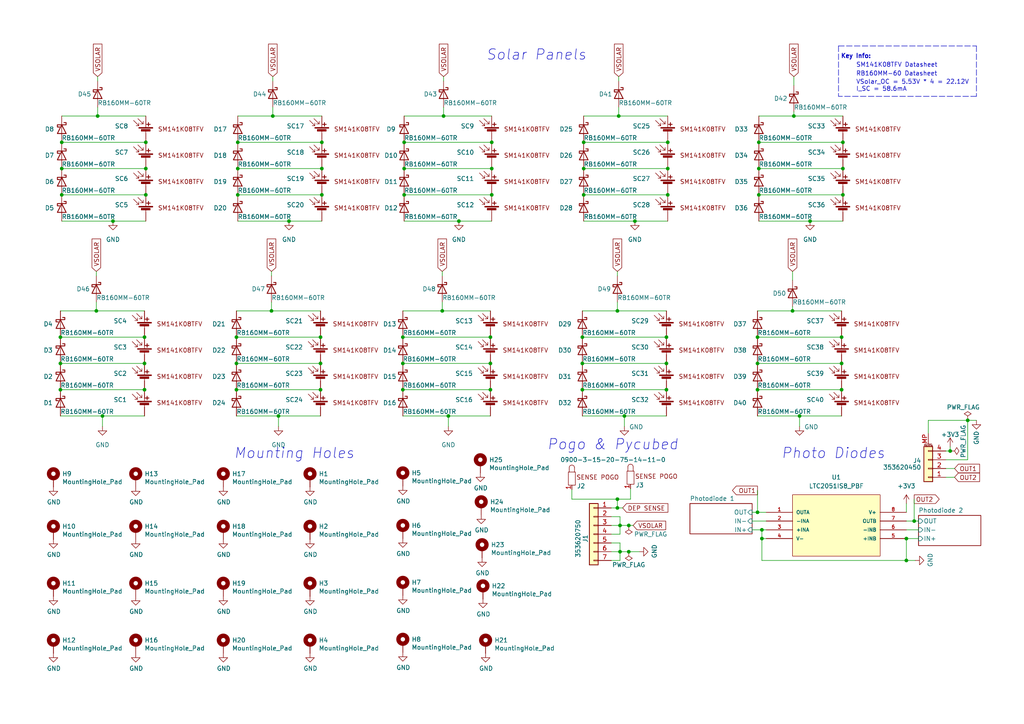
<source format=kicad_sch>
(kicad_sch (version 20230121) (generator eeschema)
  (paper "A4")
  (title_block (title "Flex Deploy Side Panels") (date "2024-05-08") (rev "3b") (company "Stanford Student Space Initiative") (comment 1 "Jacob Mukobi, Spencer Wallace with minor edits by Hunter Liu"))
  (junction (at 179.451 33.655))
  (junction (at 219.71 97.79))
  (junction (at 17.907 41.275))
  (junction (at 68.961 56.515))
  (junction (at 230.251 33.655))
  (junction (at 41.91 97.79))
  (junction (at 244.475 41.275))
  (junction (at 244.094 113.03))
  (junction (at 68.58 105.41))
  (junction (at 92.964 105.41))
  (junction (at 169.291 48.895))
  (junction (at 17.907 48.895))
  (junction (at 68.961 48.895))
  (junction (at 142.621 56.515))
  (junction (at 117.221 41.275))
  (junction (at 142.621 41.275))
  (junction (at 231.902 120.65))
  (junction (at 32.766 64.135))
  (junction (at 142.24 97.79))
  (junction (at 244.475 56.515))
  (junction (at 179.07 90.17))
  (junction (at 68.961 41.275))
  (junction (at 262.89 156.21))
  (junction (at 41.91 105.41))
  (junction (at 182.372 152.4))
  (junction (at 17.907 56.515))
  (junction (at 92.964 113.03))
  (junction (at 220.98 153.67))
  (junction (at 179.07 144.78))
  (junction (at 78.74 90.17))
  (junction (at 116.84 97.79))
  (junction (at 93.345 48.895))
  (junction (at 220.98 156.21))
  (junction (at 68.58 113.03))
  (junction (at 168.91 105.41))
  (junction (at 262.89 162.56))
  (junction (at 117.221 48.895))
  (junction (at 168.91 113.03))
  (junction (at 27.94 90.17))
  (junction (at 29.718 120.65))
  (junction (at 17.526 105.41))
  (junction (at 219.71 113.03))
  (junction (at 193.294 105.41))
  (junction (at 275.59 130.81))
  (junction (at 130.048 120.65))
  (junction (at 179.07 147.32))
  (junction (at 220.091 41.275))
  (junction (at 229.87 90.17))
  (junction (at 128.651 33.655))
  (junction (at 93.345 41.275))
  (junction (at 182.372 160.02))
  (junction (at 220.091 56.515))
  (junction (at 41.91 113.03))
  (junction (at 179.832 160.02))
  (junction (at 80.772 120.65))
  (junction (at 142.621 48.895))
  (junction (at 169.291 56.515))
  (junction (at 42.291 48.895))
  (junction (at 219.71 105.41))
  (junction (at 181.102 120.65))
  (junction (at 193.675 56.515))
  (junction (at 265.1506 151.13))
  (junction (at 68.58 97.79))
  (junction (at 17.526 97.79))
  (junction (at 93.345 56.515))
  (junction (at 220.091 48.895))
  (junction (at 79.121 33.655))
  (junction (at 17.526 113.03))
  (junction (at 244.094 97.79))
  (junction (at 42.291 41.275))
  (junction (at 193.294 97.79))
  (junction (at 193.294 113.03))
  (junction (at 142.24 105.41))
  (junction (at 133.096 64.135))
  (junction (at 116.84 105.41))
  (junction (at 219.71 148.59))
  (junction (at 193.675 48.895))
  (junction (at 169.291 41.275))
  (junction (at 92.964 97.79))
  (junction (at 28.321 33.655))
  (junction (at 193.675 41.275))
  (junction (at 184.15 64.135))
  (junction (at 168.91 97.79))
  (junction (at 280.67 121.92))
  (junction (at 83.82 64.135))
  (junction (at 42.291 56.515))
  (junction (at 179.832 152.4))
  (junction (at 244.094 105.41))
  (junction (at 234.95 64.135))
  (junction (at 128.27 90.17))
  (junction (at 116.84 113.03))
  (junction (at 244.475 48.895))
  (junction (at 117.221 56.515))
  (junction (at 142.24 113.03))
  (wire (pts (xy 274.32 135.89) (xy 276.86 135.89)))
  (wire (pts (xy 169.291 56.515) (xy 193.675 56.515)))
  (wire (pts (xy 17.907 48.895) (xy 42.291 48.895)))
  (wire (pts (xy 229.87 88.9) (xy 229.87 90.17)))
  (wire (pts (xy 179.832 157.48) (xy 179.832 160.02)))
  (wire (pts (xy 218.1606 151.13) (xy 222.25 151.13)))
  (wire (pts (xy 169.291 48.895) (xy 193.675 48.895)))
  (wire (pts (xy 184.15 64.135) (xy 193.675 64.135)))
  (wire (pts (xy 229.87 90.17) (xy 244.094 90.17)))
  (wire (pts (xy 219.71 90.17) (xy 229.87 90.17)))
  (wire (pts (xy 177.292 160.02) (xy 179.832 160.02)))
  (wire (pts (xy 79.121 33.655) (xy 93.345 33.655)))
  (wire (pts (xy 177.292 157.48) (xy 179.832 157.48)))
  (wire (pts (xy 179.832 160.02) (xy 179.832 162.56)))
  (wire (pts (xy 128.651 22.225) (xy 128.651 23.495)))
  (wire (pts (xy 179.451 22.225) (xy 179.451 23.495)))
  (wire (pts (xy 182.372 152.4) (xy 183.642 152.4)))
  (wire (pts (xy 32.766 64.135) (xy 42.291 64.135)))
  (wire (pts (xy 179.832 152.4) (xy 177.292 152.4)))
  (wire (pts (xy 128.651 33.655) (xy 142.621 33.655)))
  (wire (pts (xy 179.832 152.4) (xy 182.372 152.4)))
  (wire (pts (xy 231.902 123.698) (xy 231.902 120.65)))
  (wire (pts (xy 169.291 64.135) (xy 184.15 64.135)))
  (wire (pts (xy 220.091 64.135) (xy 234.95 64.135)))
  (wire (pts (xy 68.961 64.135) (xy 83.82 64.135)))
  (wire (pts (xy 168.91 120.65) (xy 181.102 120.65)))
  (wire (pts (xy 116.84 105.41) (xy 142.24 105.41)))
  (polyline (pts (xy 243.205 13.335) (xy 243.205 27.94)) (stroke (width 0) (type dash)))
  (wire (pts (xy 280.67 133.35) (xy 274.32 133.35)))
  (wire (pts (xy 117.221 64.135) (xy 133.096 64.135)))
  (wire (pts (xy 262.89 162.56) (xy 265.43 162.56)))
  (wire (pts (xy 68.58 97.79) (xy 92.964 97.79)))
  (wire (pts (xy 128.27 90.17) (xy 142.24 90.17)))
  (wire (pts (xy 182.88 141.732) (xy 182.88 144.78)))
  (wire (pts (xy 68.58 120.65) (xy 80.772 120.65)))
  (wire (pts (xy 78.74 87.63) (xy 78.74 90.17)))
  (wire (pts (xy 133.096 64.135) (xy 142.621 64.135)))
  (wire (pts (xy 117.221 41.275) (xy 142.621 41.275)))
  (wire (pts (xy 219.71 120.65) (xy 231.902 120.65)))
  (wire (pts (xy 28.321 31.115) (xy 28.321 33.655)))
  (wire (pts (xy 179.07 144.78) (xy 179.07 147.32)))
  (wire (pts (xy 128.27 87.63) (xy 128.27 90.17)))
  (wire (pts (xy 17.907 64.135) (xy 32.766 64.135)))
  (wire (pts (xy 179.832 160.02) (xy 182.372 160.02)))
  (wire (pts (xy 68.961 41.275) (xy 93.345 41.275)))
  (wire (pts (xy 130.048 120.65) (xy 142.24 120.65)))
  (wire (pts (xy 179.07 90.17) (xy 193.294 90.17)))
  (wire (pts (xy 262.89 153.67) (xy 266.4206 153.67)))
  (wire (pts (xy 17.526 97.79) (xy 41.91 97.79)))
  (wire (pts (xy 179.07 144.78) (xy 182.88 144.78)))
  (wire (pts (xy 269.24 121.92) (xy 280.67 121.92)))
  (wire (pts (xy 29.718 120.65) (xy 41.91 120.65)))
  (wire (pts (xy 117.221 48.895) (xy 142.621 48.895)))
  (wire (pts (xy 128.27 78.74) (xy 128.27 80.01)))
  (wire (pts (xy 177.292 147.32) (xy 179.07 147.32)))
  (polyline (pts (xy 283.21 27.94) (xy 243.205 27.94)) (stroke (width 0) (type dash)))
  (wire (pts (xy 218.1606 148.59) (xy 219.71 148.59)))
  (wire (pts (xy 68.58 90.17) (xy 78.74 90.17)))
  (wire (pts (xy 27.94 90.17) (xy 41.91 90.17)))
  (wire (pts (xy 28.321 22.225) (xy 28.321 23.495)))
  (wire (pts (xy 219.71 97.79) (xy 244.094 97.79)))
  (wire (pts (xy 179.832 154.94) (xy 179.832 152.4)))
  (wire (pts (xy 265.1506 151.13) (xy 266.4206 151.13)))
  (wire (pts (xy 116.84 120.65) (xy 130.048 120.65)))
  (wire (pts (xy 182.372 160.02) (xy 185.42 160.02)))
  (wire (pts (xy 181.102 123.698) (xy 181.102 120.65)))
  (wire (pts (xy 17.907 56.515) (xy 42.291 56.515)))
  (wire (pts (xy 265.1506 144.78) (xy 265.1506 151.13)))
  (wire (pts (xy 280.67 121.92) (xy 283.21 121.92)))
  (wire (pts (xy 179.451 31.115) (xy 179.451 33.655)))
  (wire (pts (xy 269.24 125.73) (xy 269.24 121.92)))
  (wire (pts (xy 229.87 78.74) (xy 229.87 81.28)))
  (wire (pts (xy 68.58 105.41) (xy 92.964 105.41)))
  (wire (pts (xy 169.291 41.275) (xy 193.675 41.275)))
  (wire (pts (xy 275.59 130.81) (xy 274.32 130.81)))
  (wire (pts (xy 219.71 113.03) (xy 244.094 113.03)))
  (wire (pts (xy 220.091 56.515) (xy 244.475 56.515)))
  (wire (pts (xy 80.772 120.65) (xy 92.964 120.65)))
  (wire (pts (xy 117.221 33.655) (xy 128.651 33.655)))
  (wire (pts (xy 275.59 129.54) (xy 275.59 130.81)))
  (wire (pts (xy 17.526 120.65) (xy 29.718 120.65)))
  (wire (pts (xy 220.091 48.895) (xy 244.475 48.895)))
  (wire (pts (xy 168.91 105.41) (xy 193.294 105.41)))
  (wire (pts (xy 79.121 22.225) (xy 79.121 23.495)))
  (wire (pts (xy 17.907 33.655) (xy 28.321 33.655)))
  (wire (pts (xy 168.91 90.17) (xy 179.07 90.17)))
  (wire (pts (xy 262.89 146.05) (xy 262.89 148.59)))
  (wire (pts (xy 230.251 33.655) (xy 244.475 33.655)))
  (wire (pts (xy 29.718 123.698) (xy 29.718 120.65)))
  (wire (pts (xy 262.89 156.21) (xy 266.4206 156.21)))
  (wire (pts (xy 179.832 149.86) (xy 179.832 152.4)))
  (wire (pts (xy 177.292 154.94) (xy 179.832 154.94)))
  (wire (pts (xy 117.221 56.515) (xy 142.621 56.515)))
  (wire (pts (xy 220.98 153.67) (xy 222.25 153.67)))
  (wire (pts (xy 80.772 123.698) (xy 80.772 120.65)))
  (wire (pts (xy 116.84 90.17) (xy 128.27 90.17)))
  (wire (pts (xy 17.526 113.03) (xy 41.91 113.03)))
  (wire (pts (xy 17.526 90.17) (xy 27.94 90.17)))
  (wire (pts (xy 179.07 78.74) (xy 179.07 80.01)))
  (wire (pts (xy 230.251 22.225) (xy 230.251 24.765)))
  (wire (pts (xy 17.907 41.275) (xy 42.291 41.275)))
  (wire (pts (xy 78.74 90.17) (xy 92.964 90.17)))
  (wire (pts (xy 231.902 120.65) (xy 244.094 120.65)))
  (wire (pts (xy 179.07 87.63) (xy 179.07 90.17)))
  (wire (pts (xy 27.94 87.63) (xy 27.94 90.17)))
  (wire (pts (xy 27.94 78.74) (xy 27.94 80.01)))
  (wire (pts (xy 234.95 64.135) (xy 244.475 64.135)))
  (wire (pts (xy 280.67 121.92) (xy 280.67 133.35)))
  (wire (pts (xy 68.961 33.655) (xy 79.121 33.655)))
  (wire (pts (xy 220.98 156.21) (xy 222.25 156.21)))
  (wire (pts (xy 116.84 113.03) (xy 142.24 113.03)))
  (wire (pts (xy 78.74 78.74) (xy 78.74 80.01)))
  (wire (pts (xy 219.71 105.41) (xy 244.094 105.41)))
  (wire (pts (xy 220.98 156.21) (xy 220.98 162.56)))
  (wire (pts (xy 68.961 48.895) (xy 93.345 48.895)))
  (wire (pts (xy 220.98 153.67) (xy 220.98 156.21)))
  (polyline (pts (xy 283.21 13.335) (xy 283.21 27.94)) (stroke (width 0) (type dash)))
  (wire (pts (xy 17.526 105.41) (xy 41.91 105.41)))
  (wire (pts (xy 177.292 162.56) (xy 179.832 162.56)))
  (wire (pts (xy 116.84 97.79) (xy 142.24 97.79)))
  (wire (pts (xy 219.71 148.59) (xy 222.25 148.59)))
  (wire (pts (xy 165.862 141.986) (xy 165.862 144.78)))
  (wire (pts (xy 83.82 64.135) (xy 93.345 64.135)))
  (wire (pts (xy 181.102 120.65) (xy 193.294 120.65)))
  (polyline (pts (xy 243.205 13.335) (xy 283.21 13.335)) (stroke (width 0) (type dash)))
  (wire (pts (xy 220.091 41.275) (xy 244.475 41.275)))
  (wire (pts (xy 68.58 113.03) (xy 92.964 113.03)))
  (wire (pts (xy 262.89 156.21) (xy 262.89 162.56)))
  (wire (pts (xy 169.291 33.655) (xy 179.451 33.655)))
  (wire (pts (xy 79.121 31.115) (xy 79.121 33.655)))
  (wire (pts (xy 68.961 56.515) (xy 93.345 56.515)))
  (wire (pts (xy 128.651 31.115) (xy 128.651 33.655)))
  (wire (pts (xy 28.321 33.655) (xy 42.291 33.655)))
  (wire (pts (xy 220.091 33.655) (xy 230.251 33.655)))
  (wire (pts (xy 179.451 33.655) (xy 193.675 33.655)))
  (wire (pts (xy 218.1606 153.67) (xy 220.98 153.67)))
  (wire (pts (xy 168.91 97.79) (xy 193.294 97.79)))
  (wire (pts (xy 220.98 162.56) (xy 262.89 162.56)))
  (wire (pts (xy 177.292 149.86) (xy 179.832 149.86)))
  (wire (pts (xy 262.89 151.13) (xy 265.1506 151.13)))
  (wire (pts (xy 274.32 138.43) (xy 276.86 138.43)))
  (wire (pts (xy 165.862 144.78) (xy 179.07 144.78)))
  (wire (pts (xy 219.71 142.24) (xy 219.71 148.59)))
  (wire (pts (xy 179.07 147.32) (xy 180.594 147.32)))
  (wire (pts (xy 130.048 123.698) (xy 130.048 120.65)))
  (wire (pts (xy 168.91 113.03) (xy 193.294 113.03)))
  (wire (pts (xy 230.251 32.385) (xy 230.251 33.655)))
  (text "Solar Panels" (at 170.18 17.78 0) (effects (font (size 3 3) italic) (justify right bottom)))
  (text "RB160MM-60 Datasheet" (at 248.285 22.225 0) (effects (font (size 1.27 1.27)) (justify left bottom)))
  (text "Pogo & Pycubed" (at 196.85 130.81 0) (effects (font (size 3 3) italic) (justify right bottom)))
  (text "VSolar_OC = 5.53V * 4 = 22.12V\nI_SC = 58.6mA" (at 248.285 26.67 0) (effects (font (size 1.27 1.27)) (justify left bottom)))
  (text "Key Info:" (at 243.84 17.145 0) (effects (font (size 1.27 1.27) bold) (justify left bottom)))
  (text "SM141K08TFV Datasheet" (at 248.285 19.685 0) (effects (font (size 1.27 1.27)) (justify left bottom)))
  (text "Mounting Holes" (at 102.87 133.35 0) (effects (font (size 3 3) italic) (justify right bottom)))
  (text "Photo Diodes " (at 259.08 133.35 0) (effects (font (size 3 3) italic) (justify right bottom)))
  (global_label "VSOLAR" (shape input) (at 179.451 22.225 90) (property "Intersheetrefs" "${INTERSHEET_REFS}" (effects hide)))
  (global_label "VSOLAR" (shape input) (at 230.251 22.225 90) (property "Intersheetrefs" "${INTERSHEET_REFS}" (effects hide)))
  (global_label "VSOLAR" (shape input) (at 179.07 78.74 90) (property "Intersheetrefs" "${INTERSHEET_REFS}" (effects hide)))
  (global_label "VSOLAR" (shape input) (at 27.94 78.74 90) (property "Intersheetrefs" "${INTERSHEET_REFS}" (effects hide)))
  (global_label "VSOLAR" (shape input) (at 229.87 78.74 90) (property "Intersheetrefs" "${INTERSHEET_REFS}" (effects hide)))
  (global_label "VSOLAR" (shape input) (at 28.321 22.225 90) (property "Intersheetrefs" "${INTERSHEET_REFS}" (effects hide)))
  (global_label "VSOLAR" (shape input) (at 79.121 22.225 90) (property "Intersheetrefs" "${INTERSHEET_REFS}" (effects hide)))
  (global_label "DEP SENSE" (shape input) (at 180.594 147.32 0) (property "Intersheetrefs" "${INTERSHEET_REFS}" (effects hide)))
  (global_label "VSOLAR" (shape input) (at 183.642 152.4 0) (property "Intersheetrefs" "${INTERSHEET_REFS}" (effects hide)))
  (global_label "OUT1" (shape input) (at 276.86 135.89 0) (property "Intersheetrefs" "${INTERSHEET_REFS}" (effects hide)))
  (global_label "OUT2" (shape input) (at 276.86 138.43 0) (property "Intersheetrefs" "${INTERSHEET_REFS}" (effects hide)))
  (global_label "VSOLAR" (shape input) (at 78.74 78.74 90) (property "Intersheetrefs" "${INTERSHEET_REFS}" (effects hide)))
  (global_label "OUT1" (shape output) (at 219.71 142.24 180) (property "Intersheetrefs" "${INTERSHEET_REFS}" (effects hide)))
  (global_label "VSOLAR" (shape input) (at 128.27 78.74 90) (property "Intersheetrefs" "${INTERSHEET_REFS}" (effects hide)))
  (global_label "OUT2" (shape output) (at 265.1506 144.78 0) (property "Intersheetrefs" "${INTERSHEET_REFS}" (effects hide)))
  (global_label "VSOLAR" (shape input) (at 128.651 22.225 90) (property "Intersheetrefs" "${INTERSHEET_REFS}" (effects hide)))
  (symbol (lib_id "power:GND") (at 133.096 64.135 0) (unit 1)
    (property "Reference" "#PWR030" (effects hide))
    (property "Value" "GND" (at 133.096 69.469 0))
  )
  (symbol (lib_id "FlexDeploySidePanels:RB160MM-60TR") (at 17.526 101.6 270) (unit 1)
    (property "Reference" "D3" (at 13.97 101.6 90))
    (property "Value" "RB160MM-60TR" (at 17.526 104.14 90) (effects (justify left)))
    (property "Footprint" "FlexDeploySidePanels:RB160MM60TR" (effects hide))
    (property "Datasheet" "https://fscdn.rohm.com/en/products/databook/datasheet/discrete/diode/schottky_barrier/rb160mm-60tr-e.pdf" (effects hide))
    (property "Height" "0.9" (effects hide))
    (property "Mouser Part Number" "755-RB160MM-60TR" (effects hide))
    (property "Mouser Price/Stock" "https://www.mouser.co.uk/ProductDetail/ROHM-Semiconductor/RB160MM-60TR?qs=pXoXL5qUNJ3Bm2ZxXNlFNw%3D%3D" (effects hide))
    (property "Manufacturer_Name" "ROHM Semiconductor" (effects hide))
    (property "Manufacturer_Part_Number" "RB160MM-60TR" (effects hide))
  )
  (symbol (lib_id "FlexDeploySidePanels:RB160MM-60TR") (at 17.907 52.705 270) (unit 1)
    (property "Reference" "D6" (at 14.351 52.705 90))
    (property "Value" "RB160MM-60TR" (at 17.907 55.245 90) (effects (justify left)))
    (property "Footprint" "FlexDeploySidePanels:RB160MM60TR" (effects hide))
    (property "Datasheet" "https://fscdn.rohm.com/en/products/databook/datasheet/discrete/diode/schottky_barrier/rb160mm-60tr-e.pdf" (effects hide))
    (property "Height" "0.9" (effects hide))
    (property "Mouser Part Number" "755-RB160MM-60TR" (effects hide))
    (property "Mouser Price/Stock" "https://www.mouser.co.uk/ProductDetail/ROHM-Semiconductor/RB160MM-60TR?qs=pXoXL5qUNJ3Bm2ZxXNlFNw%3D%3D" (effects hide))
    (property "Manufacturer_Name" "ROHM Semiconductor" (effects hide))
    (property "Manufacturer_Part_Number" "RB160MM-60TR" (effects hide))
  )
  (symbol (lib_id "FlexDeploySidePanels:RB160MM-60TR") (at 79.121 27.305 270) (unit 1)
    (property "Reference" "D44" (at 75.311 27.305 90))
    (property "Value" "RB160MM-60TR" (at 79.121 29.845 90) (effects (justify left)))
    (property "Footprint" "FlexDeploySidePanels:RB160MM60TR" (effects hide))
    (property "Datasheet" "https://fscdn.rohm.com/en/products/databook/datasheet/discrete/diode/schottky_barrier/rb160mm-60tr-e.pdf" (effects hide))
    (property "Height" "0.9" (effects hide))
    (property "Mouser Part Number" "755-RB160MM-60TR" (effects hide))
    (property "Mouser Price/Stock" "https://www.mouser.co.uk/ProductDetail/ROHM-Semiconductor/RB160MM-60TR?qs=pXoXL5qUNJ3Bm2ZxXNlFNw%3D%3D" (effects hide))
    (property "Manufacturer_Name" "ROHM Semiconductor" (effects hide))
    (property "Manufacturer_Part_Number" "RB160MM-60TR" (effects hide))
  )
  (symbol (lib_id "Mechanical:MountingHole_Pad") (at 15.494 153.924 0) (unit 1) (in_bom no)
    (property "Reference" "H10" (at 18.034 152.6794 0) (effects (justify left)))
    (property "Value" "MountingHole_Pad" (at 18.034 154.9908 0) (effects (justify left)))
    (property "Footprint" "MountingHole:MountingHole_2.2mm_M2_DIN965_Pad_TopBottom" (effects hide))
  )
  (symbol (lib_id "power:GND") (at 231.902 123.698 0) (unit 1)
    (property "Reference" "#PWR026" (effects hide))
    (property "Value" "GND" (at 235.331 123.825 0))
  )
  (symbol (lib_id "FlexDeploySidePanels:RB160MM-60TR") (at 68.961 37.465 270) (unit 1)
    (property "Reference" "D17" (at 63.881 37.465 90))
    (property "Value" "RB160MM-60TR" (at 68.961 40.005 90) (effects (justify left)))
    (property "Footprint" "FlexDeploySidePanels:RB160MM60TR" (effects hide))
    (property "Datasheet" "https://fscdn.rohm.com/en/products/databook/datasheet/discrete/diode/schottky_barrier/rb160mm-60tr-e.pdf" (effects hide))
    (property "Height" "0.9" (effects hide))
    (property "Mouser Part Number" "755-RB160MM-60TR" (effects hide))
    (property "Mouser Price/Stock" "https://www.mouser.co.uk/ProductDetail/ROHM-Semiconductor/RB160MM-60TR?qs=pXoXL5qUNJ3Bm2ZxXNlFNw%3D%3D" (effects hide))
    (property "Manufacturer_Name" "ROHM Semiconductor" (effects hide))
    (property "Manufacturer_Part_Number" "RB160MM-60TR" (effects hide))
  )
  (symbol (lib_id "FlexDeploySidePanels:SM141K08TFV") (at 86.614 116.84 0) (unit 1)
    (property "Reference" "SC24" (at 87.884 115.951 0) (effects (justify right)))
    (property "Value" "SM141K08TFV" (effects hide))
    (property "Footprint" "FlexDeploySidePanels:SM141K08TFV" (effects hide))
    (property "Datasheet" "https://waf-e.dubudisk.com/anysolar.dubuplus.com/techsupport@anysolar.biz/O18BEt3/DubuDisk/www/Gen3/SM141K08TFV%20DATA%20SHEET%20202105.pdf" (effects hide))
  )
  (symbol (lib_id "FlexDeploySidePanels:RB160MM-60TR") (at 117.221 52.705 270) (unit 1)
    (property "Reference" "D11" (at 113.411 52.705 90))
    (property "Value" "RB160MM-60TR" (at 117.221 55.245 90) (effects (justify left)))
    (property "Footprint" "FlexDeploySidePanels:RB160MM60TR" (effects hide))
    (property "Datasheet" "https://fscdn.rohm.com/en/products/databook/datasheet/discrete/diode/schottky_barrier/rb160mm-60tr-e.pdf" (effects hide))
    (property "Height" "0.9" (effects hide))
    (property "Mouser Part Number" "755-RB160MM-60TR" (effects hide))
    (property "Mouser Price/Stock" "https://www.mouser.co.uk/ProductDetail/ROHM-Semiconductor/RB160MM-60TR?qs=pXoXL5qUNJ3Bm2ZxXNlFNw%3D%3D" (effects hide))
    (property "Manufacturer_Name" "ROHM Semiconductor" (effects hide))
    (property "Manufacturer_Part_Number" "RB160MM-60TR" (effects hide))
  )
  (symbol (lib_id "power:GND") (at 32.766 64.135 0) (unit 1)
    (property "Reference" "#PWR023" (effects hide))
    (property "Value" "GND" (at 32.766 69.469 0))
  )
  (symbol (lib_id "sidepanels:LTC2051IS8_PBF") (at 222.25 148.59 0) (unit 1)
    (property "Reference" "U1" (at 242.57 138.43 0))
    (property "Value" "LTC2051IS8_PBF" (at 242.57 140.97 0))
    (property "Footprint" "panels:LTC2051HS8#PBF" (effects hide))
    (property "MF" "Analog Devices" (effects hide))
    (property "VENDOR" "Linear Technology" (effects hide))
    (property "Description" "\nChopper (Zero-Drift) Amplifier 2 Circuit Rail-to-Rail 8-SO\n" (effects hide))
    (property "Package" "SO-8 Linear Technology" (effects hide))
    (property "Price" "None" (effects hide))
    (property "Check_prices" "https://www.snapeda.com/parts/LTC2051IS8%23PBF/Analog+Devices/view-part/?ref=eda" (effects hide))
    (property "SnapEDA_Link" "https://www.snapeda.com/parts/LTC2051IS8%23PBF/Analog+Devices/view-part/?ref=snap" (effects hide))
    (property "MP" "LTC2051IS8#PBF" (effects hide))
    (property "Purchase-URL" "https://www.snapeda.com/api/url_track_click_mouser/?unipart_id=618863&manufacturer=Analog Devices&part_name=LTC2051IS8#PBF&search_term=None" (effects hide))
    (property "Availability" "In Stock" (effects hide))
    (property "MANUFACTURER_PART_NUMBER" "ltc2051is8" (effects hide))
  )
  (symbol (lib_id "FlexDeploySidePanels:RB160MM-60TR") (at 169.291 37.465 270) (unit 1)
    (property "Reference" "D25" (at 164.211 37.465 90))
    (property "Value" "RB160MM-60TR" (at 169.291 40.005 90) (effects (justify left)))
    (property "Footprint" "FlexDeploySidePanels:RB160MM60TR" (effects hide))
    (property "Datasheet" "https://fscdn.rohm.com/en/products/databook/datasheet/discrete/diode/schottky_barrier/rb160mm-60tr-e.pdf" (effects hide))
    (property "Height" "0.9" (effects hide))
    (property "Mouser Part Number" "755-RB160MM-60TR" (effects hide))
    (property "Mouser Price/Stock" "https://www.mouser.co.uk/ProductDetail/ROHM-Semiconductor/RB160MM-60TR?qs=pXoXL5qUNJ3Bm2ZxXNlFNw%3D%3D" (effects hide))
    (property "Manufacturer_Name" "ROHM Semiconductor" (effects hide))
    (property "Manufacturer_Part_Number" "RB160MM-60TR" (effects hide))
  )
  (symbol (lib_id "FlexDeploySidePanels:RB160MM-60TR") (at 17.907 37.465 270) (unit 1)
    (property "Reference" "D8" (at 14.351 37.465 90))
    (property "Value" "RB160MM-60TR" (at 17.907 40.005 90) (effects (justify left)))
    (property "Footprint" "FlexDeploySidePanels:RB160MM60TR" (effects hide))
    (property "Datasheet" "https://fscdn.rohm.com/en/products/databook/datasheet/discrete/diode/schottky_barrier/rb160mm-60tr-e.pdf" (effects hide))
    (property "Height" "0.9" (effects hide))
    (property "Mouser Part Number" "755-RB160MM-60TR" (effects hide))
    (property "Mouser Price/Stock" "https://www.mouser.co.uk/ProductDetail/ROHM-Semiconductor/RB160MM-60TR?qs=pXoXL5qUNJ3Bm2ZxXNlFNw%3D%3D" (effects hide))
    (property "Manufacturer_Name" "ROHM Semiconductor" (effects hide))
    (property "Manufacturer_Part_Number" "RB160MM-60TR" (effects hide))
  )
  (symbol (lib_id "Mechanical:MountingHole_Pad") (at 140.081 171.196 0) (unit 1) (in_bom no)
    (property "Reference" "H22" (at 142.621 169.9514 0) (effects (justify left)))
    (property "Value" "MountingHole_Pad" (at 142.621 172.2628 0) (effects (justify left)))
    (property "Footprint" "MountingHole:MountingHole_2.2mm_M2_DIN965_Pad_TopBottom" (effects hide))
  )
  (symbol (lib_id "power:GND") (at 139.827 161.798 0) (unit 1)
    (property "Reference" "#PWR034" (effects hide))
    (property "Value" "GND" (at 139.954 166.1922 0))
  )
  (symbol (lib_id "Mechanical:MountingHole_Pad") (at 64.77 170.434 0) (unit 1) (in_bom no)
    (property "Reference" "H19" (at 67.31 169.1894 0) (effects (justify left)))
    (property "Value" "MountingHole_Pad" (at 67.31 171.5008 0) (effects (justify left)))
    (property "Footprint" "MountingHole:MountingHole_2.2mm_M2_DIN965_Pad_TopBottom" (effects hide))
  )
  (symbol (lib_id "Mechanical:MountingHole_Pad") (at 139.573 146.812 0) (unit 1) (in_bom no)
    (property "Reference" "H24" (at 142.113 145.5674 0) (effects (justify left)))
    (property "Value" "MountingHole_Pad" (at 142.113 147.8788 0) (effects (justify left)))
    (property "Footprint" "MountingHole:MountingHole_2.2mm_M2_DIN965_Pad_TopBottom" (effects hide))
  )
  (symbol (lib_id "FlexDeploySidePanels:RB160MM-60TR") (at 68.58 101.6 270) (unit 1)
    (property "Reference" "D22" (at 63.5 101.6 90))
    (property "Value" "RB160MM-60TR" (at 68.58 104.14 90) (effects (justify left)))
    (property "Footprint" "FlexDeploySidePanels:RB160MM60TR" (effects hide))
    (property "Datasheet" "https://fscdn.rohm.com/en/products/databook/datasheet/discrete/diode/schottky_barrier/rb160mm-60tr-e.pdf" (effects hide))
    (property "Height" "0.9" (effects hide))
    (property "Mouser Part Number" "755-RB160MM-60TR" (effects hide))
    (property "Mouser Price/Stock" "https://www.mouser.co.uk/ProductDetail/ROHM-Semiconductor/RB160MM-60TR?qs=pXoXL5qUNJ3Bm2ZxXNlFNw%3D%3D" (effects hide))
    (property "Manufacturer_Name" "ROHM Semiconductor" (effects hide))
    (property "Manufacturer_Part_Number" "RB160MM-60TR" (effects hide))
  )
  (symbol (lib_id "Mechanical:MountingHole_Pad") (at 15.494 170.434 0) (unit 1) (in_bom no)
    (property "Reference" "H11" (at 18.034 169.1894 0) (effects (justify left)))
    (property "Value" "MountingHole_Pad" (at 18.034 171.5008 0) (effects (justify left)))
    (property "Footprint" "MountingHole:MountingHole_2.2mm_M2_DIN965_Pad_TopBottom" (effects hide))
  )
  (symbol (lib_id "FlexDeploySidePanels:RB160MM-60TR") (at 220.091 60.325 270) (unit 1)
    (property "Reference" "D36" (at 215.011 60.325 90))
    (property "Value" "RB160MM-60TR" (at 220.091 62.865 90) (effects (justify left)))
    (property "Footprint" "FlexDeploySidePanels:RB160MM60TR" (effects hide))
    (property "Datasheet" "https://fscdn.rohm.com/en/products/databook/datasheet/discrete/diode/schottky_barrier/rb160mm-60tr-e.pdf" (effects hide))
    (property "Height" "0.9" (effects hide))
    (property "Mouser Part Number" "755-RB160MM-60TR" (effects hide))
    (property "Mouser Price/Stock" "https://www.mouser.co.uk/ProductDetail/ROHM-Semiconductor/RB160MM-60TR?qs=pXoXL5qUNJ3Bm2ZxXNlFNw%3D%3D" (effects hide))
    (property "Manufacturer_Name" "ROHM Semiconductor" (effects hide))
    (property "Manufacturer_Part_Number" "RB160MM-60TR" (effects hide))
  )
  (symbol (lib_id "FlexDeploySidePanels:RB160MM-60TR") (at 128.27 83.82 270) (unit 1)
    (property "Reference" "D48" (at 124.46 83.82 90))
    (property "Value" "RB160MM-60TR" (at 128.27 86.36 90) (effects (justify left)))
    (property "Footprint" "FlexDeploySidePanels:RB160MM60TR" (effects hide))
    (property "Datasheet" "https://fscdn.rohm.com/en/products/databook/datasheet/discrete/diode/schottky_barrier/rb160mm-60tr-e.pdf" (effects hide))
    (property "Height" "0.9" (effects hide))
    (property "Mouser Part Number" "755-RB160MM-60TR" (effects hide))
    (property "Mouser Price/Stock" "https://www.mouser.co.uk/ProductDetail/ROHM-Semiconductor/RB160MM-60TR?qs=pXoXL5qUNJ3Bm2ZxXNlFNw%3D%3D" (effects hide))
    (property "Manufacturer_Name" "ROHM Semiconductor" (effects hide))
    (property "Manufacturer_Part_Number" "RB160MM-60TR" (effects hide))
  )
  (symbol (lib_id "FlexDeploySidePanels:SM141K08TFV") (at 135.89 109.22 0) (unit 1)
    (property "Reference" "SC15" (at 137.16 108.331 0) (effects (justify right)))
    (property "Value" "SM141K08TFV" (effects hide))
    (property "Footprint" "FlexDeploySidePanels:SM141K08TFV" (effects hide))
    (property "Datasheet" "https://waf-e.dubudisk.com/anysolar.dubuplus.com/techsupport@anysolar.biz/O18BEt3/DubuDisk/www/Gen3/SM141K08TFV%20DATA%20SHEET%20202105.pdf" (effects hide))
  )
  (symbol (lib_id "Mechanical:MountingHole_Pad") (at 116.84 153.67 0) (unit 1) (in_bom no)
    (property "Reference" "H6" (at 119.38 152.4254 0) (effects (justify left)))
    (property "Value" "MountingHole_Pad" (at 119.38 154.7368 0) (effects (justify left)))
    (property "Footprint" "MountingHole:MountingHole_2.2mm_M2_DIN965_Pad_TopBottom" (effects hide))
  )
  (symbol (lib_id "FlexDeploySidePanels:SM141K08TFV") (at 86.995 37.465 0) (unit 1)
    (property "Reference" "SC17" (at 88.265 36.576 0) (effects (justify right)))
    (property "Value" "SM141K08TFV" (effects hide))
    (property "Footprint" "FlexDeploySidePanels:SM141K08TFV" (effects hide))
    (property "Datasheet" "https://waf-e.dubudisk.com/anysolar.dubuplus.com/techsupport@anysolar.biz/O18BEt3/DubuDisk/www/Gen3/SM141K08TFV%20DATA%20SHEET%20202105.pdf" (effects hide))
  )
  (symbol (lib_id "FlexDeploySidePanels:RB160MM-60TR") (at 220.091 45.085 270) (unit 1)
    (property "Reference" "D34" (at 215.011 45.085 90))
    (property "Value" "RB160MM-60TR" (at 220.091 47.625 90) (effects (justify left)))
    (property "Footprint" "FlexDeploySidePanels:RB160MM60TR" (effects hide))
    (property "Datasheet" "https://fscdn.rohm.com/en/products/databook/datasheet/discrete/diode/schottky_barrier/rb160mm-60tr-e.pdf" (effects hide))
    (property "Height" "0.9" (effects hide))
    (property "Mouser Part Number" "755-RB160MM-60TR" (effects hide))
    (property "Mouser Price/Stock" "https://www.mouser.co.uk/ProductDetail/ROHM-Semiconductor/RB160MM-60TR?qs=pXoXL5qUNJ3Bm2ZxXNlFNw%3D%3D" (effects hide))
    (property "Manufacturer_Name" "ROHM Semiconductor" (effects hide))
    (property "Manufacturer_Part_Number" "RB160MM-60TR" (effects hide))
  )
  (symbol (lib_id "FlexDeploySidePanels:RB160MM-60TR") (at 168.91 101.6 270) (unit 1)
    (property "Reference" "D30" (at 163.83 101.6 90))
    (property "Value" "RB160MM-60TR" (at 168.91 104.14 90) (effects (justify left)))
    (property "Footprint" "FlexDeploySidePanels:RB160MM60TR" (effects hide))
    (property "Datasheet" "https://fscdn.rohm.com/en/products/databook/datasheet/discrete/diode/schottky_barrier/rb160mm-60tr-e.pdf" (effects hide))
    (property "Height" "0.9" (effects hide))
    (property "Mouser Part Number" "755-RB160MM-60TR" (effects hide))
    (property "Mouser Price/Stock" "https://www.mouser.co.uk/ProductDetail/ROHM-Semiconductor/RB160MM-60TR?qs=pXoXL5qUNJ3Bm2ZxXNlFNw%3D%3D" (effects hide))
    (property "Manufacturer_Name" "ROHM Semiconductor" (effects hide))
    (property "Manufacturer_Part_Number" "RB160MM-60TR" (effects hide))
  )
  (symbol (lib_id "power:GND") (at 15.494 189.484 0) (unit 1)
    (property "Reference" "#PWR013" (effects hide))
    (property "Value" "GND" (at 15.621 193.8782 0))
  )
  (symbol (lib_id "power:GND") (at 116.84 156.21 0) (unit 1)
    (property "Reference" "#PWR07" (effects hide))
    (property "Value" "GND" (at 116.967 160.6042 0))
  )
  (symbol (lib_id "FlexDeploySidePanels:RB160MM-60TR") (at 27.94 83.82 270) (unit 1)
    (property "Reference" "D46" (at 24.13 83.82 90))
    (property "Value" "RB160MM-60TR" (at 27.94 86.36 90) (effects (justify left)))
    (property "Footprint" "FlexDeploySidePanels:RB160MM60TR" (effects hide))
    (property "Datasheet" "https://fscdn.rohm.com/en/products/databook/datasheet/discrete/diode/schottky_barrier/rb160mm-60tr-e.pdf" (effects hide))
    (property "Height" "0.9" (effects hide))
    (property "Mouser Part Number" "755-RB160MM-60TR" (effects hide))
    (property "Mouser Price/Stock" "https://www.mouser.co.uk/ProductDetail/ROHM-Semiconductor/RB160MM-60TR?qs=pXoXL5qUNJ3Bm2ZxXNlFNw%3D%3D" (effects hide))
    (property "Manufacturer_Name" "ROHM Semiconductor" (effects hide))
    (property "Manufacturer_Part_Number" "RB160MM-60TR" (effects hide))
  )
  (symbol (lib_id "FlexDeploySidePanels:SM141K08TFV") (at 35.941 52.705 0) (unit 1)
    (property "Reference" "SC6" (at 37.211 51.816 0) (effects (justify right)))
    (property "Value" "SM141K08TFV" (effects hide))
    (property "Footprint" "FlexDeploySidePanels:SM141K08TFV" (effects hide))
    (property "Datasheet" "https://waf-e.dubudisk.com/anysolar.dubuplus.com/techsupport@anysolar.biz/O18BEt3/DubuDisk/www/Gen3/SM141K08TFV%20DATA%20SHEET%20202105.pdf" (effects hide))
  )
  (symbol (lib_id "FlexDeploySidePanels:SM141K08TFV") (at 86.614 109.22 0) (unit 1)
    (property "Reference" "SC23" (at 87.884 108.331 0) (effects (justify right)))
    (property "Value" "SM141K08TFV" (effects hide))
    (property "Footprint" "FlexDeploySidePanels:SM141K08TFV" (effects hide))
    (property "Datasheet" "https://waf-e.dubudisk.com/anysolar.dubuplus.com/techsupport@anysolar.biz/O18BEt3/DubuDisk/www/Gen3/SM141K08TFV%20DATA%20SHEET%20202105.pdf" (effects hide))
  )
  (symbol (lib_id "FlexDeploySidePanels:RB160MM-60TR") (at 116.84 101.6 270) (unit 1)
    (property "Reference" "D14" (at 113.03 101.6 90))
    (property "Value" "RB160MM-60TR" (at 116.84 104.14 90) (effects (justify left)))
    (property "Footprint" "FlexDeploySidePanels:RB160MM60TR" (effects hide))
    (property "Datasheet" "https://fscdn.rohm.com/en/products/databook/datasheet/discrete/diode/schottky_barrier/rb160mm-60tr-e.pdf" (effects hide))
    (property "Height" "0.9" (effects hide))
    (property "Mouser Part Number" "755-RB160MM-60TR" (effects hide))
    (property "Mouser Price/Stock" "https://www.mouser.co.uk/ProductDetail/ROHM-Semiconductor/RB160MM-60TR?qs=pXoXL5qUNJ3Bm2ZxXNlFNw%3D%3D" (effects hide))
    (property "Manufacturer_Name" "ROHM Semiconductor" (effects hide))
    (property "Manufacturer_Part_Number" "RB160MM-60TR" (effects hide))
  )
  (symbol (lib_id "FlexDeploySidePanels:SM141K08TFV") (at 238.125 45.085 0) (unit 1)
    (property "Reference" "SC34" (at 239.395 44.196 0) (effects (justify right)))
    (property "Value" "SM141K08TFV" (effects hide))
    (property "Footprint" "FlexDeploySidePanels:SM141K08TFV" (effects hide))
    (property "Datasheet" "https://waf-e.dubudisk.com/anysolar.dubuplus.com/techsupport@anysolar.biz/O18BEt3/DubuDisk/www/Gen3/SM141K08TFV%20DATA%20SHEET%20202105.pdf" (effects hide))
  )
  (symbol (lib_id "Mechanical:MountingHole_Pad") (at 116.84 170.18 0) (unit 1) (in_bom no)
    (property "Reference" "H7" (at 119.38 168.9354 0) (effects (justify left)))
    (property "Value" "MountingHole_Pad" (at 119.38 171.2468 0) (effects (justify left)))
    (property "Footprint" "MountingHole:MountingHole_2.2mm_M2_DIN965_Pad_TopBottom" (effects hide))
  )
  (symbol (lib_id "Connector_Generic:Conn_01x07") (at 172.212 154.94 0) (mirror y) (unit 1)
    (property "Reference" "J1" (at 169.7792 156.21 90))
    (property "Value" "353620750" (at 167.64 156.21 90))
    (property "Footprint" "FlexDeploySidePanels:CON_353620750" (effects hide))
  )
  (symbol (lib_id "FlexDeploySidePanels:SM141K08TFV") (at 237.744 101.6 0) (unit 1)
    (property "Reference" "SC38" (at 239.014 100.711 0) (effects (justify right)))
    (property "Value" "SM141K08TFV" (effects hide))
    (property "Footprint" "FlexDeploySidePanels:SM141K08TFV" (effects hide))
    (property "Datasheet" "https://waf-e.dubudisk.com/anysolar.dubuplus.com/techsupport@anysolar.biz/O18BEt3/DubuDisk/www/Gen3/SM141K08TFV%20DATA%20SHEET%20202105.pdf" (effects hide))
  )
  (symbol (lib_id "power:GND") (at 89.916 141.224 0) (unit 1)
    (property "Reference" "#PWR01" (effects hide))
    (property "Value" "GND" (at 90.043 145.6182 0))
  )
  (symbol (lib_id "FlexDeploySidePanels:SM141K08TFV") (at 86.614 101.6 0) (unit 1)
    (property "Reference" "SC22" (at 87.884 100.711 0) (effects (justify right)))
    (property "Value" "SM141K08TFV" (effects hide))
    (property "Footprint" "FlexDeploySidePanels:SM141K08TFV" (effects hide))
    (property "Datasheet" "https://waf-e.dubudisk.com/anysolar.dubuplus.com/techsupport@anysolar.biz/O18BEt3/DubuDisk/www/Gen3/SM141K08TFV%20DATA%20SHEET%20202105.pdf" (effects hide))
  )
  (symbol (lib_id "FlexDeploySidePanels:RB160MM-60TR") (at 128.651 27.305 270) (unit 1)
    (property "Reference" "D43" (at 124.841 27.305 90))
    (property "Value" "RB160MM-60TR" (at 128.651 29.845 90) (effects (justify left)))
    (property "Footprint" "FlexDeploySidePanels:RB160MM60TR" (effects hide))
    (property "Datasheet" "https://fscdn.rohm.com/en/products/databook/datasheet/discrete/diode/schottky_barrier/rb160mm-60tr-e.pdf" (effects hide))
    (property "Height" "0.9" (effects hide))
    (property "Mouser Part Number" "755-RB160MM-60TR" (effects hide))
    (property "Mouser Price/Stock" "https://www.mouser.co.uk/ProductDetail/ROHM-Semiconductor/RB160MM-60TR?qs=pXoXL5qUNJ3Bm2ZxXNlFNw%3D%3D" (effects hide))
    (property "Manufacturer_Name" "ROHM Semiconductor" (effects hide))
    (property "Manufacturer_Part_Number" "RB160MM-60TR" (effects hide))
  )
  (symbol (lib_id "FlexDeploySidePanels:SM141K08TFV") (at 35.941 45.085 0) (unit 1)
    (property "Reference" "SC7" (at 37.211 44.196 0) (effects (justify right)))
    (property "Value" "SM141K08TFV" (effects hide))
    (property "Footprint" "FlexDeploySidePanels:SM141K08TFV" (effects hide))
    (property "Datasheet" "https://waf-e.dubudisk.com/anysolar.dubuplus.com/techsupport@anysolar.biz/O18BEt3/DubuDisk/www/Gen3/SM141K08TFV%20DATA%20SHEET%20202105.pdf" (effects hide))
  )
  (symbol (lib_id "FlexDeploySidePanels:RB160MM-60TR") (at 116.84 109.22 270) (unit 1)
    (property "Reference" "D15" (at 113.03 109.22 90))
    (property "Value" "RB160MM-60TR" (at 116.84 111.76 90) (effects (justify left)))
    (property "Footprint" "FlexDeploySidePanels:RB160MM60TR" (effects hide))
    (property "Datasheet" "https://fscdn.rohm.com/en/products/databook/datasheet/discrete/diode/schottky_barrier/rb160mm-60tr-e.pdf" (effects hide))
    (property "Height" "0.9" (effects hide))
    (property "Mouser Part Number" "755-RB160MM-60TR" (effects hide))
    (property "Mouser Price/Stock" "https://www.mouser.co.uk/ProductDetail/ROHM-Semiconductor/RB160MM-60TR?qs=pXoXL5qUNJ3Bm2ZxXNlFNw%3D%3D" (effects hide))
    (property "Manufacturer_Name" "ROHM Semiconductor" (effects hide))
    (property "Manufacturer_Part_Number" "RB160MM-60TR" (effects hide))
  )
  (symbol (lib_id "FlexDeploySidePanels:RB160MM-60TR") (at 68.961 60.325 270) (unit 1)
    (property "Reference" "D20" (at 63.881 60.325 90))
    (property "Value" "RB160MM-60TR" (at 68.961 62.865 90) (effects (justify left)))
    (property "Footprint" "FlexDeploySidePanels:RB160MM60TR" (effects hide))
    (property "Datasheet" "https://fscdn.rohm.com/en/products/databook/datasheet/discrete/diode/schottky_barrier/rb160mm-60tr-e.pdf" (effects hide))
    (property "Height" "0.9" (effects hide))
    (property "Mouser Part Number" "755-RB160MM-60TR" (effects hide))
    (property "Mouser Price/Stock" "https://www.mouser.co.uk/ProductDetail/ROHM-Semiconductor/RB160MM-60TR?qs=pXoXL5qUNJ3Bm2ZxXNlFNw%3D%3D" (effects hide))
    (property "Manufacturer_Name" "ROHM Semiconductor" (effects hide))
    (property "Manufacturer_Part_Number" "RB160MM-60TR" (effects hide))
  )
  (symbol (lib_id "FlexDeploySidePanels:SM141K08TFV") (at 86.995 45.085 0) (unit 1)
    (property "Reference" "SC18" (at 88.265 44.196 0) (effects (justify right)))
    (property "Value" "SM141K08TFV" (effects hide))
    (property "Footprint" "FlexDeploySidePanels:SM141K08TFV" (effects hide))
    (property "Datasheet" "https://waf-e.dubudisk.com/anysolar.dubuplus.com/techsupport@anysolar.biz/O18BEt3/DubuDisk/www/Gen3/SM141K08TFV%20DATA%20SHEET%20202105.pdf" (effects hide))
  )
  (symbol (lib_id "Mechanical:MountingHole_Pad") (at 89.916 153.924 0) (unit 1) (in_bom no)
    (property "Reference" "H2" (at 92.456 152.6794 0) (effects (justify left)))
    (property "Value" "MountingHole_Pad" (at 92.456 154.9908 0) (effects (justify left)))
    (property "Footprint" "MountingHole:MountingHole_2.2mm_M2_DIN965_Pad_TopBottom" (effects hide))
  )
  (symbol (lib_id "power:GND") (at 64.77 141.224 0) (unit 1)
    (property "Reference" "#PWR018" (effects hide))
    (property "Value" "GND" (at 64.897 145.6182 0))
  )
  (symbol (lib_id "power:PWR_FLAG") (at 182.372 152.4 180) (unit 1)
    (property "Reference" "#FLG02" (effects hide))
    (property "Value" "PWR_FLAG" (at 188.722 154.94 0))
  )
  (symbol (lib_id "power:GND") (at 184.15 64.135 0) (unit 1)
    (property "Reference" "#PWR031" (effects hide))
    (property "Value" "GND" (at 184.15 69.469 0))
  )
  (symbol (lib_id "FlexDeploySidePanels:SM141K08TFV") (at 86.614 93.98 0) (unit 1)
    (property "Reference" "SC21" (at 87.884 93.091 0) (effects (justify right)))
    (property "Value" "SM141K08TFV" (effects hide))
    (property "Footprint" "FlexDeploySidePanels:SM141K08TFV" (effects hide))
    (property "Datasheet" "https://waf-e.dubudisk.com/anysolar.dubuplus.com/techsupport@anysolar.biz/O18BEt3/DubuDisk/www/Gen3/SM141K08TFV%20DATA%20SHEET%20202105.pdf" (effects hide))
  )
  (symbol (lib_id "Mechanical:MountingHole_Pad") (at 39.37 170.434 0) (unit 1) (in_bom no)
    (property "Reference" "H15" (at 41.91 169.1894 0) (effects (justify left)))
    (property "Value" "MountingHole_Pad" (at 41.91 171.5008 0) (effects (justify left)))
    (property "Footprint" "MountingHole:MountingHole_2.2mm_M2_DIN965_Pad_TopBottom" (effects hide))
  )
  (symbol (lib_id "power:PWR_FLAG") (at 275.59 130.81 270) (unit 1)
    (property "Reference" "#FLG04" (effects hide))
    (property "Value" "PWR_FLAG" (at 279.4 123.19 0) (effects (justify left)))
  )
  (symbol (lib_id "FlexDeploySidePanels:SM141K08TFV") (at 135.89 101.6 0) (unit 1)
    (property "Reference" "SC14" (at 137.16 100.711 0) (effects (justify right)))
    (property "Value" "SM141K08TFV" (effects hide))
    (property "Footprint" "FlexDeploySidePanels:SM141K08TFV" (effects hide))
    (property "Datasheet" "https://waf-e.dubudisk.com/anysolar.dubuplus.com/techsupport@anysolar.biz/O18BEt3/DubuDisk/www/Gen3/SM141K08TFV%20DATA%20SHEET%20202105.pdf" (effects hide))
  )
  (symbol (lib_id "FlexDeploySidePanels:SM141K08TFV") (at 237.744 109.22 0) (unit 1)
    (property "Reference" "SC39" (at 239.014 108.331 0) (effects (justify right)))
    (property "Value" "SM141K08TFV" (effects hide))
    (property "Footprint" "FlexDeploySidePanels:SM141K08TFV" (effects hide))
    (property "Datasheet" "https://waf-e.dubudisk.com/anysolar.dubuplus.com/techsupport@anysolar.biz/O18BEt3/DubuDisk/www/Gen3/SM141K08TFV%20DATA%20SHEET%20202105.pdf" (effects hide))
  )
  (symbol (lib_id "power:GND") (at 140.081 173.736 0) (unit 1)
    (property "Reference" "#PWR033" (effects hide))
    (property "Value" "GND" (at 140.208 178.1302 0))
  )
  (symbol (lib_id "FlexDeploySidePanels:RB160MM-60TR") (at 169.291 45.085 270) (unit 1)
    (property "Reference" "D26" (at 164.211 45.085 90))
    (property "Value" "RB160MM-60TR" (at 169.291 47.625 90) (effects (justify left)))
    (property "Footprint" "FlexDeploySidePanels:RB160MM60TR" (effects hide))
    (property "Datasheet" "https://fscdn.rohm.com/en/products/databook/datasheet/discrete/diode/schottky_barrier/rb160mm-60tr-e.pdf" (effects hide))
    (property "Height" "0.9" (effects hide))
    (property "Mouser Part Number" "755-RB160MM-60TR" (effects hide))
    (property "Mouser Price/Stock" "https://www.mouser.co.uk/ProductDetail/ROHM-Semiconductor/RB160MM-60TR?qs=pXoXL5qUNJ3Bm2ZxXNlFNw%3D%3D" (effects hide))
    (property "Manufacturer_Name" "ROHM Semiconductor" (effects hide))
    (property "Manufacturer_Part_Number" "RB160MM-60TR" (effects hide))
  )
  (symbol (lib_id "FlexDeploySidePanels:SM141K08TFV") (at 237.744 93.98 0) (unit 1)
    (property "Reference" "SC37" (at 239.014 93.091 0) (effects (justify right)))
    (property "Value" "SM141K08TFV" (effects hide))
    (property "Footprint" "FlexDeploySidePanels:SM141K08TFV" (effects hide))
    (property "Datasheet" "https://waf-e.dubudisk.com/anysolar.dubuplus.com/techsupport@anysolar.biz/O18BEt3/DubuDisk/www/Gen3/SM141K08TFV%20DATA%20SHEET%20202105.pdf" (effects hide))
  )
  (symbol (lib_id "Mechanical:MountingHole_Pad") (at 39.37 138.684 0) (unit 1) (in_bom no)
    (property "Reference" "H13" (at 41.91 137.4394 0) (effects (justify left)))
    (property "Value" "MountingHole_Pad" (at 41.91 139.7508 0) (effects (justify left)))
    (property "Footprint" "MountingHole:MountingHole_2.2mm_M2_DIN965_Pad_TopBottom" (effects hide))
  )
  (symbol (lib_id "FlexDeploySidePanels:RB160MM-60TR") (at 68.961 52.705 270) (unit 1)
    (property "Reference" "D19" (at 63.881 52.705 90))
    (property "Value" "RB160MM-60TR" (at 68.961 55.245 90) (effects (justify left)))
    (property "Footprint" "FlexDeploySidePanels:RB160MM60TR" (effects hide))
    (property "Datasheet" "https://fscdn.rohm.com/en/products/databook/datasheet/discrete/diode/schottky_barrier/rb160mm-60tr-e.pdf" (effects hide))
    (property "Height" "0.9" (effects hide))
    (property "Mouser Part Number" "755-RB160MM-60TR" (effects hide))
    (property "Mouser Price/Stock" "https://www.mouser.co.uk/ProductDetail/ROHM-Semiconductor/RB160MM-60TR?qs=pXoXL5qUNJ3Bm2ZxXNlFNw%3D%3D" (effects hide))
    (property "Manufacturer_Name" "ROHM Semiconductor" (effects hide))
    (property "Manufacturer_Part_Number" "RB160MM-60TR" (effects hide))
  )
  (symbol (lib_id "Mechanical:MountingHole_Pad") (at 89.916 138.684 0) (unit 1) (in_bom no)
    (property "Reference" "H1" (at 92.456 137.4394 0) (effects (justify left)))
    (property "Value" "MountingHole_Pad" (at 92.456 139.7508 0) (effects (justify left)))
    (property "Footprint" "MountingHole:MountingHole_2.2mm_M2_DIN965_Pad_TopBottom" (effects hide))
  )
  (symbol (lib_id "FlexDeploySidePanels:RB160MM-60TR") (at 68.58 93.98 270) (unit 1)
    (property "Reference" "D21" (at 63.5 93.98 90))
    (property "Value" "RB160MM-60TR" (at 68.58 96.52 90) (effects (justify left)))
    (property "Footprint" "FlexDeploySidePanels:RB160MM60TR" (effects hide))
    (property "Datasheet" "https://fscdn.rohm.com/en/products/databook/datasheet/discrete/diode/schottky_barrier/rb160mm-60tr-e.pdf" (effects hide))
    (property "Height" "0.9" (effects hide))
    (property "Mouser Part Number" "755-RB160MM-60TR" (effects hide))
    (property "Mouser Price/Stock" "https://www.mouser.co.uk/ProductDetail/ROHM-Semiconductor/RB160MM-60TR?qs=pXoXL5qUNJ3Bm2ZxXNlFNw%3D%3D" (effects hide))
    (property "Manufacturer_Name" "ROHM Semiconductor" (effects hide))
    (property "Manufacturer_Part_Number" "RB160MM-60TR" (effects hide))
  )
  (symbol (lib_id "power:GND") (at 116.84 172.72 0) (unit 1)
    (property "Reference" "#PWR08" (effects hide))
    (property "Value" "GND" (at 116.967 177.1142 0))
  )
  (symbol (lib_id "FlexDeploySidePanels:RB160MM-60TR") (at 168.91 116.84 270) (unit 1)
    (property "Reference" "D32" (at 163.83 116.84 90))
    (property "Value" "RB160MM-60TR" (at 168.91 119.38 90) (effects (justify left)))
    (property "Footprint" "FlexDeploySidePanels:RB160MM60TR" (effects hide))
    (property "Datasheet" "https://fscdn.rohm.com/en/products/databook/datasheet/discrete/diode/schottky_barrier/rb160mm-60tr-e.pdf" (effects hide))
    (property "Height" "0.9" (effects hide))
    (property "Mouser Part Number" "755-RB160MM-60TR" (effects hide))
    (property "Mouser Price/Stock" "https://www.mouser.co.uk/ProductDetail/ROHM-Semiconductor/RB160MM-60TR?qs=pXoXL5qUNJ3Bm2ZxXNlFNw%3D%3D" (effects hide))
    (property "Manufacturer_Name" "ROHM Semiconductor" (effects hide))
    (property "Manufacturer_Part_Number" "RB160MM-60TR" (effects hide))
  )
  (symbol (lib_id "Mechanical:MountingHole_Pad") (at 139.319 134.62 0) (unit 1) (in_bom no)
    (property "Reference" "H25" (at 141.859 133.3754 0) (effects (justify left)))
    (property "Value" "MountingHole_Pad" (at 141.859 135.6868 0) (effects (justify left)))
    (property "Footprint" "MountingHole:MountingHole_2.2mm_M2_DIN965_Pad_TopBottom" (effects hide))
  )
  (symbol (lib_id "power:GND") (at 116.84 140.97 0) (unit 1)
    (property "Reference" "#PWR06" (effects hide))
    (property "Value" "GND" (at 116.967 145.3642 0))
  )
  (symbol (lib_id "power:GND") (at 139.319 137.16 0) (unit 1)
    (property "Reference" "#PWR036" (effects hide))
    (property "Value" "GND" (at 139.446 141.5542 0))
  )
  (symbol (lib_id "Mechanical:MountingHole_Pad") (at 39.37 153.924 0) (unit 1) (in_bom no)
    (property "Reference" "H14" (at 41.91 152.6794 0) (effects (justify left)))
    (property "Value" "MountingHole_Pad" (at 41.91 154.9908 0) (effects (justify left)))
    (property "Footprint" "MountingHole:MountingHole_2.2mm_M2_DIN965_Pad_TopBottom" (effects hide))
  )
  (symbol (lib_id "FlexDeploySidePanels:RB160MM-60TR") (at 78.74 83.82 270) (unit 1)
    (property "Reference" "D47" (at 74.93 83.82 90))
    (property "Value" "RB160MM-60TR" (at 78.74 86.36 90) (effects (justify left)))
    (property "Footprint" "FlexDeploySidePanels:RB160MM60TR" (effects hide))
    (property "Datasheet" "https://fscdn.rohm.com/en/products/databook/datasheet/discrete/diode/schottky_barrier/rb160mm-60tr-e.pdf" (effects hide))
    (property "Height" "0.9" (effects hide))
    (property "Mouser Part Number" "755-RB160MM-60TR" (effects hide))
    (property "Mouser Price/Stock" "https://www.mouser.co.uk/ProductDetail/ROHM-Semiconductor/RB160MM-60TR?qs=pXoXL5qUNJ3Bm2ZxXNlFNw%3D%3D" (effects hide))
    (property "Manufacturer_Name" "ROHM Semiconductor" (effects hide))
    (property "Manufacturer_Part_Number" "RB160MM-60TR" (effects hide))
  )
  (symbol (lib_id "FlexDeploySidePanels:SM141K08TFV") (at 238.125 52.705 0) (unit 1)
    (property "Reference" "SC35" (at 239.395 51.816 0) (effects (justify right)))
    (property "Value" "SM141K08TFV" (effects hide))
    (property "Footprint" "FlexDeploySidePanels:SM141K08TFV" (effects hide))
    (property "Datasheet" "https://waf-e.dubudisk.com/anysolar.dubuplus.com/techsupport@anysolar.biz/O18BEt3/DubuDisk/www/Gen3/SM141K08TFV%20DATA%20SHEET%20202105.pdf" (effects hide))
  )
  (symbol (lib_id "power:PWR_FLAG") (at 280.67 121.92 0) (unit 1)
    (property "Reference" "#FLG03" (effects hide))
    (property "Value" "PWR_FLAG" (at 279.4 118.11 0))
  )
  (symbol (lib_id "power:PWR_FLAG") (at 182.372 160.02 180) (unit 1)
    (property "Reference" "#FLG01" (effects hide))
    (property "Value" "PWR_FLAG" (at 182.372 163.83 0))
  )
  (symbol (lib_id "power:GND") (at 64.77 172.974 0) (unit 1)
    (property "Reference" "#PWR020" (effects hide))
    (property "Value" "GND" (at 64.897 177.3682 0))
  )
  (symbol (lib_id "FlexDeploySidePanels:RB160MM-60TR") (at 68.58 116.84 270) (unit 1)
    (property "Reference" "D24" (at 63.5 116.84 90))
    (property "Value" "RB160MM-60TR" (at 68.58 119.38 90) (effects (justify left)))
    (property "Footprint" "FlexDeploySidePanels:RB160MM60TR" (effects hide))
    (property "Datasheet" "https://fscdn.rohm.com/en/products/databook/datasheet/discrete/diode/schottky_barrier/rb160mm-60tr-e.pdf" (effects hide))
    (property "Height" "0.9" (effects hide))
    (property "Mouser Part Number" "755-RB160MM-60TR" (effects hide))
    (property "Mouser Price/Stock" "https://www.mouser.co.uk/ProductDetail/ROHM-Semiconductor/RB160MM-60TR?qs=pXoXL5qUNJ3Bm2ZxXNlFNw%3D%3D" (effects hide))
    (property "Manufacturer_Name" "ROHM Semiconductor" (effects hide))
    (property "Manufacturer_Part_Number" "RB160MM-60TR" (effects hide))
  )
  (symbol (lib_id "power:GND") (at 89.916 156.464 0) (unit 1)
    (property "Reference" "#PWR02" (effects hide))
    (property "Value" "GND" (at 90.043 160.8582 0))
  )
  (symbol (lib_id "Connector_Generic_MountingPin:Conn_01x04_MountingPin") (at 269.24 135.89 180) (unit 1)
    (property "Reference" "J4" (at 267.2081 133.6207 0) (effects (justify left)))
    (property "Value" "353620450" (at 267.2081 135.5417 0) (effects (justify left)))
    (property "Footprint" "mainboard:MOLEX_35362-0450" (effects hide))
  )
  (symbol (lib_id "FlexDeploySidePanels:SM141K08TFV") (at 238.125 37.465 0) (unit 1)
    (property "Reference" "SC33" (at 239.395 36.576 0) (effects (justify right)))
    (property "Value" "SM141K08TFV" (effects hide))
    (property "Footprint" "FlexDeploySidePanels:SM141K08TFV" (effects hide))
    (property "Datasheet" "https://waf-e.dubudisk.com/anysolar.dubuplus.com/techsupport@anysolar.biz/O18BEt3/DubuDisk/www/Gen3/SM141K08TFV%20DATA%20SHEET%20202105.pdf" (effects hide))
  )
  (symbol (lib_id "power:GND") (at 39.37 156.464 0) (unit 1)
    (property "Reference" "#PWR015" (effects hide))
    (property "Value" "GND" (at 39.497 160.8582 0))
  )
  (symbol (lib_id "FlexDeploySidePanels:RB160MM-60TR") (at 219.71 101.6 270) (unit 1)
    (property "Reference" "D38" (at 214.63 101.6 90))
    (property "Value" "RB160MM-60TR" (at 219.71 104.14 90) (effects (justify left)))
    (property "Footprint" "FlexDeploySidePanels:RB160MM60TR" (effects hide))
    (property "Datasheet" "https://fscdn.rohm.com/en/products/databook/datasheet/discrete/diode/schottky_barrier/rb160mm-60tr-e.pdf" (effects hide))
    (property "Height" "0.9" (effects hide))
    (property "Mouser Part Number" "755-RB160MM-60TR" (effects hide))
    (property "Mouser Price/Stock" "https://www.mouser.co.uk/ProductDetail/ROHM-Semiconductor/RB160MM-60TR?qs=pXoXL5qUNJ3Bm2ZxXNlFNw%3D%3D" (effects hide))
    (property "Manufacturer_Name" "ROHM Semiconductor" (effects hide))
    (property "Manufacturer_Part_Number" "RB160MM-60TR" (effects hide))
  )
  (symbol (lib_id "FlexDeploySidePanels:SM141K08TFV") (at 136.271 52.705 0) (unit 1)
    (property "Reference" "SC11" (at 137.541 51.816 0) (effects (justify right)))
    (property "Value" "SM141K08TFV" (effects hide))
    (property "Footprint" "FlexDeploySidePanels:SM141K08TFV" (effects hide))
    (property "Datasheet" "https://waf-e.dubudisk.com/anysolar.dubuplus.com/techsupport@anysolar.biz/O18BEt3/DubuDisk/www/Gen3/SM141K08TFV%20DATA%20SHEET%20202105.pdf" (effects hide))
  )
  (symbol (lib_id "power:GND") (at 15.494 172.974 0) (unit 1)
    (property "Reference" "#PWR012" (effects hide))
    (property "Value" "GND" (at 15.621 177.3682 0))
  )
  (symbol (lib_id "power:GND") (at 39.37 172.974 0) (unit 1)
    (property "Reference" "#PWR016" (effects hide))
    (property "Value" "GND" (at 39.497 177.3682 0))
  )
  (symbol (lib_id "Mechanical:MountingHole_Pad") (at 64.77 153.924 0) (unit 1) (in_bom no)
    (property "Reference" "H18" (at 67.31 152.6794 0) (effects (justify left)))
    (property "Value" "MountingHole_Pad" (at 67.31 154.9908 0) (effects (justify left)))
    (property "Footprint" "MountingHole:MountingHole_2.2mm_M2_DIN965_Pad_TopBottom" (effects hide))
  )
  (symbol (lib_id "FlexDeploySidePanels:RB160MM-60TR") (at 168.91 109.22 270) (unit 1)
    (property "Reference" "D31" (at 163.83 109.22 90))
    (property "Value" "RB160MM-60TR" (at 168.91 111.76 90) (effects (justify left)))
    (property "Footprint" "FlexDeploySidePanels:RB160MM60TR" (effects hide))
    (property "Datasheet" "https://fscdn.rohm.com/en/products/databook/datasheet/discrete/diode/schottky_barrier/rb160mm-60tr-e.pdf" (effects hide))
    (property "Height" "0.9" (effects hide))
    (property "Mouser Part Number" "755-RB160MM-60TR" (effects hide))
    (property "Mouser Price/Stock" "https://www.mouser.co.uk/ProductDetail/ROHM-Semiconductor/RB160MM-60TR?qs=pXoXL5qUNJ3Bm2ZxXNlFNw%3D%3D" (effects hide))
    (property "Manufacturer_Name" "ROHM Semiconductor" (effects hide))
    (property "Manufacturer_Part_Number" "RB160MM-60TR" (effects hide))
  )
  (symbol (lib_id "power:GND") (at 83.82 64.135 0) (unit 1)
    (property "Reference" "#PWR029" (effects hide))
    (property "Value" "GND" (at 83.82 69.469 0))
  )
  (symbol (lib_id "FlexDeploySidePanels:SM141K08TFV") (at 86.995 52.705 0) (unit 1)
    (property "Reference" "SC19" (at 88.265 51.816 0) (effects (justify right)))
    (property "Value" "SM141K08TFV" (effects hide))
    (property "Footprint" "FlexDeploySidePanels:SM141K08TFV" (effects hide))
    (property "Datasheet" "https://waf-e.dubudisk.com/anysolar.dubuplus.com/techsupport@anysolar.biz/O18BEt3/DubuDisk/www/Gen3/SM141K08TFV%20DATA%20SHEET%20202105.pdf" (effects hide))
  )
  (symbol (lib_id "Mechanical:MountingHole_Pad") (at 116.84 186.69 0) (unit 1) (in_bom no)
    (property "Reference" "H8" (at 119.38 185.4454 0) (effects (justify left)))
    (property "Value" "MountingHole_Pad" (at 119.38 187.7568 0) (effects (justify left)))
    (property "Footprint" "MountingHole:MountingHole_2.2mm_M2_DIN965_Pad_TopBottom" (effects hide))
  )
  (symbol (lib_id "FlexDeploySidePanels:RB160MM-60TR") (at 219.71 116.84 270) (unit 1)
    (property "Reference" "D40" (at 214.63 116.84 90))
    (property "Value" "RB160MM-60TR" (at 219.71 119.38 90) (effects (justify left)))
    (property "Footprint" "FlexDeploySidePanels:RB160MM60TR" (effects hide))
    (property "Datasheet" "https://fscdn.rohm.com/en/products/databook/datasheet/discrete/diode/schottky_barrier/rb160mm-60tr-e.pdf" (effects hide))
    (property "Height" "0.9" (effects hide))
    (property "Mouser Part Number" "755-RB160MM-60TR" (effects hide))
    (property "Mouser Price/Stock" "https://www.mouser.co.uk/ProductDetail/ROHM-Semiconductor/RB160MM-60TR?qs=pXoXL5qUNJ3Bm2ZxXNlFNw%3D%3D" (effects hide))
    (property "Manufacturer_Name" "ROHM Semiconductor" (effects hide))
    (property "Manufacturer_Part_Number" "RB160MM-60TR" (effects hide))
  )
  (symbol (lib_id "FlexDeploySidePanels:SM141K08TFV") (at 86.995 60.325 0) (unit 1)
    (property "Reference" "SC20" (at 88.265 59.436 0) (effects (justify right)))
    (property "Value" "SM141K08TFV" (effects hide))
    (property "Footprint" "FlexDeploySidePanels:SM141K08TFV" (effects hide))
    (property "Datasheet" "https://waf-e.dubudisk.com/anysolar.dubuplus.com/techsupport@anysolar.biz/O18BEt3/DubuDisk/www/Gen3/SM141K08TFV%20DATA%20SHEET%20202105.pdf" (effects hide))
  )
  (symbol (lib_id "FlexDeploySidePanels:RB160MM-60TR") (at 179.451 27.305 270) (unit 1)
    (property "Reference" "D41" (at 175.641 27.305 90))
    (property "Value" "RB160MM-60TR" (at 179.451 29.845 90) (effects (justify left)))
    (property "Footprint" "FlexDeploySidePanels:RB160MM60TR" (effects hide))
    (property "Datasheet" "https://fscdn.rohm.com/en/products/databook/datasheet/discrete/diode/schottky_barrier/rb160mm-60tr-e.pdf" (effects hide))
    (property "Height" "0.9" (effects hide))
    (property "Mouser Part Number" "755-RB160MM-60TR" (effects hide))
    (property "Mouser Price/Stock" "https://www.mouser.co.uk/ProductDetail/ROHM-Semiconductor/RB160MM-60TR?qs=pXoXL5qUNJ3Bm2ZxXNlFNw%3D%3D" (effects hide))
    (property "Manufacturer_Name" "ROHM Semiconductor" (effects hide))
    (property "Manufacturer_Part_Number" "RB160MM-60TR" (effects hide))
  )
  (symbol (lib_id "FlexDeploySidePanels:RB160MM-60TR") (at 220.091 52.705 270) (unit 1)
    (property "Reference" "D35" (at 215.011 52.705 90))
    (property "Value" "RB160MM-60TR" (at 220.091 55.245 90) (effects (justify left)))
    (property "Footprint" "FlexDeploySidePanels:RB160MM60TR" (effects hide))
    (property "Datasheet" "https://fscdn.rohm.com/en/products/databook/datasheet/discrete/diode/schottky_barrier/rb160mm-60tr-e.pdf" (effects hide))
    (property "Height" "0.9" (effects hide))
    (property "Mouser Part Number" "755-RB160MM-60TR" (effects hide))
    (property "Mouser Price/Stock" "https://www.mouser.co.uk/ProductDetail/ROHM-Semiconductor/RB160MM-60TR?qs=pXoXL5qUNJ3Bm2ZxXNlFNw%3D%3D" (effects hide))
    (property "Manufacturer_Name" "ROHM Semiconductor" (effects hide))
    (property "Manufacturer_Part_Number" "RB160MM-60TR" (effects hide))
  )
  (symbol (lib_id "power:GND") (at 185.42 160.02 90) (unit 1)
    (property "Reference" "#PWR028" (effects hide))
    (property "Value" "GND" (at 189.8142 159.893 0))
  )
  (symbol (lib_id "FlexDeploySidePanels:SM141K08TFV") (at 35.56 101.6 0) (unit 1)
    (property "Reference" "SC3" (at 36.83 100.711 0) (effects (justify right)))
    (property "Value" "SM141K08TFV" (effects hide))
    (property "Footprint" "FlexDeploySidePanels:SM141K08TFV" (effects hide))
    (property "Datasheet" "https://waf-e.dubudisk.com/anysolar.dubuplus.com/techsupport@anysolar.biz/O18BEt3/DubuDisk/www/Gen3/SM141K08TFV%20DATA%20SHEET%20202105.pdf" (effects hide))
  )
  (symbol (lib_id "Mechanical:MountingHole_Pad") (at 15.494 186.944 0) (unit 1) (in_bom no)
    (property "Reference" "H12" (at 18.034 185.6994 0) (effects (justify left)))
    (property "Value" "MountingHole_Pad" (at 18.034 188.0108 0) (effects (justify left)))
    (property "Footprint" "MountingHole:MountingHole_2.2mm_M2_DIN965_Pad_TopBottom" (effects hide))
  )
  (symbol (lib_id "FlexDeploySidePanels:SM141K08TFV") (at 136.271 60.325 0) (unit 1)
    (property "Reference" "SC12" (at 137.541 59.436 0) (effects (justify right)))
    (property "Value" "SM141K08TFV" (effects hide))
    (property "Footprint" "FlexDeploySidePanels:SM141K08TFV" (effects hide))
    (property "Datasheet" "https://waf-e.dubudisk.com/anysolar.dubuplus.com/techsupport@anysolar.biz/O18BEt3/DubuDisk/www/Gen3/SM141K08TFV%20DATA%20SHEET%20202105.pdf" (effects hide))
  )
  (symbol (lib_id "FlexDeploySidePanels:RB160MM-60TR") (at 168.91 93.98 270) (unit 1)
    (property "Reference" "D29" (at 163.83 93.98 90))
    (property "Value" "RB160MM-60TR" (at 168.91 96.52 90) (effects (justify left)))
    (property "Footprint" "FlexDeploySidePanels:RB160MM60TR" (effects hide))
    (property "Datasheet" "https://fscdn.rohm.com/en/products/databook/datasheet/discrete/diode/schottky_barrier/rb160mm-60tr-e.pdf" (effects hide))
    (property "Height" "0.9" (effects hide))
    (property "Mouser Part Number" "755-RB160MM-60TR" (effects hide))
    (property "Mouser Price/Stock" "https://www.mouser.co.uk/ProductDetail/ROHM-Semiconductor/RB160MM-60TR?qs=pXoXL5qUNJ3Bm2ZxXNlFNw%3D%3D" (effects hide))
    (property "Manufacturer_Name" "ROHM Semiconductor" (effects hide))
    (property "Manufacturer_Part_Number" "RB160MM-60TR" (effects hide))
  )
  (symbol (lib_id "power:GND") (at 39.37 189.484 0) (unit 1)
    (property "Reference" "#PWR017" (effects hide))
    (property "Value" "GND" (at 39.497 193.8782 0))
  )
  (symbol (lib_id "FlexDeploySidePanels:SM141K08TFV") (at 187.325 60.325 0) (unit 1)
    (property "Reference" "SC28" (at 188.595 59.436 0) (effects (justify right)))
    (property "Value" "SM141K08TFV" (effects hide))
    (property "Footprint" "FlexDeploySidePanels:SM141K08TFV" (effects hide))
    (property "Datasheet" "https://waf-e.dubudisk.com/anysolar.dubuplus.com/techsupport@anysolar.biz/O18BEt3/DubuDisk/www/Gen3/SM141K08TFV%20DATA%20SHEET%20202105.pdf" (effects hide))
  )
  (symbol (lib_id "FlexDeploySidePanels:SM141K08TFV") (at 238.125 60.325 0) (unit 1)
    (property "Reference" "SC36" (at 239.395 59.436 0) (effects (justify right)))
    (property "Value" "SM141K08TFV" (effects hide))
    (property "Footprint" "FlexDeploySidePanels:SM141K08TFV" (effects hide))
    (property "Datasheet" "https://waf-e.dubudisk.com/anysolar.dubuplus.com/techsupport@anysolar.biz/O18BEt3/DubuDisk/www/Gen3/SM141K08TFV%20DATA%20SHEET%20202105.pdf" (effects hide))
  )
  (symbol (lib_id "FlexDeploySidePanels:SM141K08TFV") (at 187.325 37.465 0) (unit 1)
    (property "Reference" "SC25" (at 188.595 36.576 0) (effects (justify right)))
    (property "Value" "SM141K08TFV" (effects hide))
    (property "Footprint" "FlexDeploySidePanels:SM141K08TFV" (effects hide))
    (property "Datasheet" "https://waf-e.dubudisk.com/anysolar.dubuplus.com/techsupport@anysolar.biz/O18BEt3/DubuDisk/www/Gen3/SM141K08TFV%20DATA%20SHEET%20202105.pdf" (effects hide))
  )
  (symbol (lib_id "FlexDeploySidePanels:0900-3-15-20-75-14-11-0") (at 182.88 140.462 0) (unit 1)
    (property "Reference" "J3" (at 185.547 140.716 0))
    (property "Value" "0900-3-15-20-75-14-11-0" (effects hide))
    (property "Footprint" "FlexDeploySidePanels:0900-3-15-20-75-14-11-0" (effects hide))
  )
  (symbol (lib_id "FlexDeploySidePanels:0900-3-15-20-75-14-11-0") (at 165.862 140.716 0) (unit 1)
    (property "Reference" "J2" (at 168.529 140.97 0))
    (property "Value" "0900-3-15-20-75-14-11-0" (at 177.8 133.35 0))
    (property "Footprint" "FlexDeploySidePanels:0900-3-15-20-75-14-11-0" (effects hide))
  )
  (symbol (lib_id "FlexDeploySidePanels:RB160MM-60TR") (at 116.84 93.98 270) (unit 1)
    (property "Reference" "D13" (at 113.03 93.98 90))
    (property "Value" "RB160MM-60TR" (at 116.84 96.52 90) (effects (justify left)))
    (property "Footprint" "FlexDeploySidePanels:RB160MM60TR" (effects hide))
    (property "Datasheet" "https://fscdn.rohm.com/en/products/databook/datasheet/discrete/diode/schottky_barrier/rb160mm-60tr-e.pdf" (effects hide))
    (property "Height" "0.9" (effects hide))
    (property "Mouser Part Number" "755-RB160MM-60TR" (effects hide))
    (property "Mouser Price/Stock" "https://www.mouser.co.uk/ProductDetail/ROHM-Semiconductor/RB160MM-60TR?qs=pXoXL5qUNJ3Bm2ZxXNlFNw%3D%3D" (effects hide))
    (property "Manufacturer_Name" "ROHM Semiconductor" (effects hide))
    (property "Manufacturer_Part_Number" "RB160MM-60TR" (effects hide))
  )
  (symbol (lib_id "FlexDeploySidePanels:RB160MM-60TR") (at 219.71 109.22 270) (unit 1)
    (property "Reference" "D39" (at 214.63 109.22 90))
    (property "Value" "RB160MM-60TR" (at 219.71 111.76 90) (effects (justify left)))
    (property "Footprint" "FlexDeploySidePanels:RB160MM60TR" (effects hide))
    (property "Datasheet" "https://fscdn.rohm.com/en/products/databook/datasheet/discrete/diode/schottky_barrier/rb160mm-60tr-e.pdf" (effects hide))
    (property "Height" "0.9" (effects hide))
    (property "Mouser Part Number" "755-RB160MM-60TR" (effects hide))
    (property "Mouser Price/Stock" "https://www.mouser.co.uk/ProductDetail/ROHM-Semiconductor/RB160MM-60TR?qs=pXoXL5qUNJ3Bm2ZxXNlFNw%3D%3D" (effects hide))
    (property "Manufacturer_Name" "ROHM Semiconductor" (effects hide))
    (property "Manufacturer_Part_Number" "RB160MM-60TR" (effects hide))
  )
  (symbol (lib_id "FlexDeploySidePanels:RB160MM-60TR") (at 116.84 116.84 270) (unit 1)
    (property "Reference" "D16" (at 113.03 116.84 90))
    (property "Value" "RB160MM-60TR" (at 116.84 119.38 90) (effects (justify left)))
    (property "Footprint" "FlexDeploySidePanels:RB160MM60TR" (effects hide))
    (property "Datasheet" "https://fscdn.rohm.com/en/products/databook/datasheet/discrete/diode/schottky_barrier/rb160mm-60tr-e.pdf" (effects hide))
    (property "Height" "0.9" (effects hide))
    (property "Mouser Part Number" "755-RB160MM-60TR" (effects hide))
    (property "Mouser Price/Stock" "https://www.mouser.co.uk/ProductDetail/ROHM-Semiconductor/RB160MM-60TR?qs=pXoXL5qUNJ3Bm2ZxXNlFNw%3D%3D" (effects hide))
    (property "Manufacturer_Name" "ROHM Semiconductor" (effects hide))
    (property "Manufacturer_Part_Number" "RB160MM-60TR" (effects hide))
  )
  (symbol (lib_id "FlexDeploySidePanels:RB160MM-60TR") (at 117.221 45.085 270) (unit 1)
    (property "Reference" "D10" (at 113.411 45.085 90))
    (property "Value" "RB160MM-60TR" (at 117.221 47.625 90) (effects (justify left)))
    (property "Footprint" "FlexDeploySidePanels:RB160MM60TR" (effects hide))
    (property "Datasheet" "https://fscdn.rohm.com/en/products/databook/datasheet/discrete/diode/schottky_barrier/rb160mm-60tr-e.pdf" (effects hide))
    (property "Height" "0.9" (effects hide))
    (property "Mouser Part Number" "755-RB160MM-60TR" (effects hide))
    (property "Mouser Price/Stock" "https://www.mouser.co.uk/ProductDetail/ROHM-Semiconductor/RB160MM-60TR?qs=pXoXL5qUNJ3Bm2ZxXNlFNw%3D%3D" (effects hide))
    (property "Manufacturer_Name" "ROHM Semiconductor" (effects hide))
    (property "Manufacturer_Part_Number" "RB160MM-60TR" (effects hide))
  )
  (symbol (lib_id "Mechanical:MountingHole_Pad") (at 64.77 138.684 0) (unit 1) (in_bom no)
    (property "Reference" "H17" (at 67.31 137.4394 0) (effects (justify left)))
    (property "Value" "MountingHole_Pad" (at 67.31 139.7508 0) (effects (justify left)))
    (property "Footprint" "MountingHole:MountingHole_2.2mm_M2_DIN965_Pad_TopBottom" (effects hide))
  )
  (symbol (lib_id "Mechanical:MountingHole_Pad") (at 89.916 170.434 0) (unit 1) (in_bom no)
    (property "Reference" "H3" (at 92.456 169.1894 0) (effects (justify left)))
    (property "Value" "MountingHole_Pad" (at 92.456 171.5008 0) (effects (justify left)))
    (property "Footprint" "MountingHole:MountingHole_2.2mm_M2_DIN965_Pad_TopBottom" (effects hide))
  )
  (symbol (lib_id "FlexDeploySidePanels:RB160MM-60TR") (at 219.71 93.98 270) (unit 1)
    (property "Reference" "D37" (at 214.63 93.98 90))
    (property "Value" "RB160MM-60TR" (at 219.71 96.52 90) (effects (justify left)))
    (property "Footprint" "FlexDeploySidePanels:RB160MM60TR" (effects hide))
    (property "Datasheet" "https://fscdn.rohm.com/en/products/databook/datasheet/discrete/diode/schottky_barrier/rb160mm-60tr-e.pdf" (effects hide))
    (property "Height" "0.9" (effects hide))
    (property "Mouser Part Number" "755-RB160MM-60TR" (effects hide))
    (property "Mouser Price/Stock" "https://www.mouser.co.uk/ProductDetail/ROHM-Semiconductor/RB160MM-60TR?qs=pXoXL5qUNJ3Bm2ZxXNlFNw%3D%3D" (effects hide))
    (property "Manufacturer_Name" "ROHM Semiconductor" (effects hide))
    (property "Manufacturer_Part_Number" "RB160MM-60TR" (effects hide))
  )
  (symbol (lib_id "power:GND") (at 15.494 156.464 0) (unit 1)
    (property "Reference" "#PWR011" (effects hide))
    (property "Value" "GND" (at 15.621 160.8582 0))
  )
  (symbol (lib_id "power:GND") (at 181.102 123.698 0) (unit 1)
    (property "Reference" "#PWR025" (effects hide))
    (property "Value" "GND" (at 184.531 123.825 0))
  )
  (symbol (lib_id "power:+3V3") (at 262.89 146.05 0) (unit 1)
    (property "Reference" "#PWR041" (effects hide))
    (property "Value" "+3V3" (at 262.89 140.97 0))
  )
  (symbol (lib_id "power:GND") (at 116.84 189.23 0) (unit 1)
    (property "Reference" "#PWR09" (effects hide))
    (property "Value" "GND" (at 116.967 193.6242 0))
  )
  (symbol (lib_id "FlexDeploySidePanels:RB160MM-60TR") (at 220.091 37.465 270) (unit 1)
    (property "Reference" "D33" (at 215.011 37.465 90))
    (property "Value" "RB160MM-60TR" (at 220.091 40.005 90) (effects (justify left)))
    (property "Footprint" "FlexDeploySidePanels:RB160MM60TR" (effects hide))
    (property "Datasheet" "https://fscdn.rohm.com/en/products/databook/datasheet/discrete/diode/schottky_barrier/rb160mm-60tr-e.pdf" (effects hide))
    (property "Height" "0.9" (effects hide))
    (property "Mouser Part Number" "755-RB160MM-60TR" (effects hide))
    (property "Mouser Price/Stock" "https://www.mouser.co.uk/ProductDetail/ROHM-Semiconductor/RB160MM-60TR?qs=pXoXL5qUNJ3Bm2ZxXNlFNw%3D%3D" (effects hide))
    (property "Manufacturer_Name" "ROHM Semiconductor" (effects hide))
    (property "Manufacturer_Part_Number" "RB160MM-60TR" (effects hide))
  )
  (symbol (lib_id "Mechanical:MountingHole_Pad") (at 116.84 138.43 0) (unit 1) (in_bom no)
    (property "Reference" "H5" (at 119.38 137.1854 0) (effects (justify left)))
    (property "Value" "MountingHole_Pad" (at 119.38 139.4968 0) (effects (justify left)))
    (property "Footprint" "MountingHole:MountingHole_2.2mm_M2_DIN965_Pad_TopBottom" (effects hide))
  )
  (symbol (lib_id "FlexDeploySidePanels:RB160MM-60TR") (at 28.321 27.305 270) (unit 1)
    (property "Reference" "D45" (at 24.511 27.305 90))
    (property "Value" "RB160MM-60TR" (at 28.321 29.845 90) (effects (justify left)))
    (property "Footprint" "FlexDeploySidePanels:RB160MM60TR" (effects hide))
    (property "Datasheet" "https://fscdn.rohm.com/en/products/databook/datasheet/discrete/diode/schottky_barrier/rb160mm-60tr-e.pdf" (effects hide))
    (property "Height" "0.9" (effects hide))
    (property "Mouser Part Number" "755-RB160MM-60TR" (effects hide))
    (property "Mouser Price/Stock" "https://www.mouser.co.uk/ProductDetail/ROHM-Semiconductor/RB160MM-60TR?qs=pXoXL5qUNJ3Bm2ZxXNlFNw%3D%3D" (effects hide))
    (property "Manufacturer_Name" "ROHM Semiconductor" (effects hide))
    (property "Manufacturer_Part_Number" "RB160MM-60TR" (effects hide))
  )
  (symbol (lib_id "FlexDeploySidePanels:SM141K08TFV") (at 186.944 109.22 0) (unit 1)
    (property "Reference" "SC31" (at 188.214 108.331 0) (effects (justify right)))
    (property "Value" "SM141K08TFV" (effects hide))
    (property "Footprint" "FlexDeploySidePanels:SM141K08TFV" (effects hide))
    (property "Datasheet" "https://waf-e.dubudisk.com/anysolar.dubuplus.com/techsupport@anysolar.biz/O18BEt3/DubuDisk/www/Gen3/SM141K08TFV%20DATA%20SHEET%20202105.pdf" (effects hide))
  )
  (symbol (lib_id "Mechanical:MountingHole_Pad") (at 64.77 186.944 0) (unit 1) (in_bom no)
    (property "Reference" "H20" (at 67.31 185.6994 0) (effects (justify left)))
    (property "Value" "MountingHole_Pad" (at 67.31 188.0108 0) (effects (justify left)))
    (property "Footprint" "MountingHole:MountingHole_2.2mm_M2_DIN965_Pad_TopBottom" (effects hide))
  )
  (symbol (lib_id "FlexDeploySidePanels:RB160MM-60TR") (at 169.291 52.705 270) (unit 1)
    (property "Reference" "D27" (at 164.211 52.705 90))
    (property "Value" "RB160MM-60TR" (at 169.291 55.245 90) (effects (justify left)))
    (property "Footprint" "FlexDeploySidePanels:RB160MM60TR" (effects hide))
    (property "Datasheet" "https://fscdn.rohm.com/en/products/databook/datasheet/discrete/diode/schottky_barrier/rb160mm-60tr-e.pdf" (effects hide))
    (property "Height" "0.9" (effects hide))
    (property "Mouser Part Number" "755-RB160MM-60TR" (effects hide))
    (property "Mouser Price/Stock" "https://www.mouser.co.uk/ProductDetail/ROHM-Semiconductor/RB160MM-60TR?qs=pXoXL5qUNJ3Bm2ZxXNlFNw%3D%3D" (effects hide))
    (property "Manufacturer_Name" "ROHM Semiconductor" (effects hide))
    (property "Manufacturer_Part_Number" "RB160MM-60TR" (effects hide))
  )
  (symbol (lib_id "Mechanical:MountingHole_Pad") (at 139.827 159.258 0) (unit 1) (in_bom no)
    (property "Reference" "H23" (at 142.367 158.0134 0) (effects (justify left)))
    (property "Value" "MountingHole_Pad" (at 142.367 160.3248 0) (effects (justify left)))
    (property "Footprint" "MountingHole:MountingHole_2.2mm_M2_DIN965_Pad_TopBottom" (effects hide))
  )
  (symbol (lib_id "power:GND") (at 234.95 64.135 0) (unit 1)
    (property "Reference" "#PWR032" (effects hide))
    (property "Value" "GND" (at 234.95 69.469 0))
  )
  (symbol (lib_id "FlexDeploySidePanels:SM141K08TFV") (at 35.56 93.98 0) (unit 1)
    (property "Reference" "SC4" (at 36.83 93.091 0) (effects (justify right)))
    (property "Value" "SM141K08TFV" (effects hide))
    (property "Footprint" "FlexDeploySidePanels:SM141K08TFV" (effects hide))
    (property "Datasheet" "https://waf-e.dubudisk.com/anysolar.dubuplus.com/techsupport@anysolar.biz/O18BEt3/DubuDisk/www/Gen3/SM141K08TFV%20DATA%20SHEET%20202105.pdf" (effects hide))
  )
  (symbol (lib_id "power:GND") (at 15.494 141.224 0) (unit 1)
    (property "Reference" "#PWR010" (effects hide))
    (property "Value" "GND" (at 15.621 145.6182 0))
  )
  (symbol (lib_id "power:GND") (at 39.37 141.224 0) (unit 1)
    (property "Reference" "#PWR014" (effects hide))
    (property "Value" "GND" (at 39.497 145.6182 0))
  )
  (symbol (lib_id "FlexDeploySidePanels:SM141K08TFV") (at 136.271 37.465 0) (unit 1)
    (property "Reference" "SC9" (at 137.541 36.576 0) (effects (justify right)))
    (property "Value" "SM141K08TFV" (effects hide))
    (property "Footprint" "FlexDeploySidePanels:SM141K08TFV" (effects hide))
    (property "Datasheet" "https://waf-e.dubudisk.com/anysolar.dubuplus.com/techsupport@anysolar.biz/O18BEt3/DubuDisk/www/Gen3/SM141K08TFV%20DATA%20SHEET%20202105.pdf" (effects hide))
  )
  (symbol (lib_id "FlexDeploySidePanels:SM141K08TFV") (at 237.744 116.84 0) (unit 1)
    (property "Reference" "SC40" (at 239.014 115.951 0) (effects (justify right)))
    (property "Value" "SM141K08TFV" (effects hide))
    (property "Footprint" "FlexDeploySidePanels:SM141K08TFV" (effects hide))
    (property "Datasheet" "https://waf-e.dubudisk.com/anysolar.dubuplus.com/techsupport@anysolar.biz/O18BEt3/DubuDisk/www/Gen3/SM141K08TFV%20DATA%20SHEET%20202105.pdf" (effects hide))
  )
  (symbol (lib_id "FlexDeploySidePanels:RB160MM-60TR") (at 169.291 60.325 270) (unit 1)
    (property "Reference" "D28" (at 164.211 60.325 90))
    (property "Value" "RB160MM-60TR" (at 169.291 62.865 90) (effects (justify left)))
    (property "Footprint" "FlexDeploySidePanels:RB160MM60TR" (effects hide))
    (property "Datasheet" "https://fscdn.rohm.com/en/products/databook/datasheet/discrete/diode/schottky_barrier/rb160mm-60tr-e.pdf" (effects hide))
    (property "Height" "0.9" (effects hide))
    (property "Mouser Part Number" "755-RB160MM-60TR" (effects hide))
    (property "Mouser Price/Stock" "https://www.mouser.co.uk/ProductDetail/ROHM-Semiconductor/RB160MM-60TR?qs=pXoXL5qUNJ3Bm2ZxXNlFNw%3D%3D" (effects hide))
    (property "Manufacturer_Name" "ROHM Semiconductor" (effects hide))
    (property "Manufacturer_Part_Number" "RB160MM-60TR" (effects hide))
  )
  (symbol (lib_id "FlexDeploySidePanels:SM141K08TFV") (at 35.56 109.22 0) (unit 1)
    (property "Reference" "SC2" (at 36.83 108.331 0) (effects (justify right)))
    (property "Value" "SM141K08TFV" (effects hide))
    (property "Footprint" "FlexDeploySidePanels:SM141K08TFV" (effects hide))
    (property "Datasheet" "https://waf-e.dubudisk.com/anysolar.dubuplus.com/techsupport@anysolar.biz/O18BEt3/DubuDisk/www/Gen3/SM141K08TFV%20DATA%20SHEET%20202105.pdf" (effects hide))
  )
  (symbol (lib_id "FlexDeploySidePanels:SM141K08TFV") (at 35.941 37.465 0) (unit 1)
    (property "Reference" "SC8" (at 37.211 36.576 0) (effects (justify right)))
    (property "Value" "SM141K08TFV" (effects hide))
    (property "Footprint" "FlexDeploySidePanels:SM141K08TFV" (effects hide))
    (property "Datasheet" "https://waf-e.dubudisk.com/anysolar.dubuplus.com/techsupport@anysolar.biz/O18BEt3/DubuDisk/www/Gen3/SM141K08TFV%20DATA%20SHEET%20202105.pdf" (effects hide))
  )
  (symbol (lib_id "FlexDeploySidePanels:SM141K08TFV") (at 186.944 93.98 0) (unit 1)
    (property "Reference" "SC29" (at 188.214 93.091 0) (effects (justify right)))
    (property "Value" "SM141K08TFV" (effects hide))
    (property "Footprint" "FlexDeploySidePanels:SM141K08TFV" (effects hide))
    (property "Datasheet" "https://waf-e.dubudisk.com/anysolar.dubuplus.com/techsupport@anysolar.biz/O18BEt3/DubuDisk/www/Gen3/SM141K08TFV%20DATA%20SHEET%20202105.pdf" (effects hide))
  )
  (symbol (lib_id "FlexDeploySidePanels:RB160MM-60TR") (at 17.526 109.22 270) (unit 1)
    (property "Reference" "D2" (at 13.97 109.22 90))
    (property "Value" "RB160MM-60TR" (at 17.526 111.76 90) (effects (justify left)))
    (property "Footprint" "FlexDeploySidePanels:RB160MM60TR" (effects hide))
    (property "Datasheet" "https://fscdn.rohm.com/en/products/databook/datasheet/discrete/diode/schottky_barrier/rb160mm-60tr-e.pdf" (effects hide))
    (property "Height" "0.9" (effects hide))
    (property "Mouser Part Number" "755-RB160MM-60TR" (effects hide))
    (property "Mouser Price/Stock" "https://www.mouser.co.uk/ProductDetail/ROHM-Semiconductor/RB160MM-60TR?qs=pXoXL5qUNJ3Bm2ZxXNlFNw%3D%3D" (effects hide))
    (property "Manufacturer_Name" "ROHM Semiconductor" (effects hide))
    (property "Manufacturer_Part_Number" "RB160MM-60TR" (effects hide))
  )
  (symbol (lib_id "power:GND") (at 139.573 149.352 0) (unit 1)
    (property "Reference" "#PWR035" (effects hide))
    (property "Value" "GND" (at 139.7 153.7462 0))
  )
  (symbol (lib_id "power:GND") (at 265.43 162.56 90) (unit 1)
    (property "Reference" "#PWR037" (effects hide))
    (property "Value" "GND" (at 269.8242 162.433 0))
  )
  (symbol (lib_id "FlexDeploySidePanels:RB160MM-60TR") (at 68.961 45.085 270) (unit 1)
    (property "Reference" "D18" (at 63.881 45.085 90))
    (property "Value" "RB160MM-60TR" (at 68.961 47.625 90) (effects (justify left)))
    (property "Footprint" "FlexDeploySidePanels:RB160MM60TR" (effects hide))
    (property "Datasheet" "https://fscdn.rohm.com/en/products/databook/datasheet/discrete/diode/schottky_barrier/rb160mm-60tr-e.pdf" (effects hide))
    (property "Height" "0.9" (effects hide))
    (property "Mouser Part Number" "755-RB160MM-60TR" (effects hide))
    (property "Mouser Price/Stock" "https://www.mouser.co.uk/ProductDetail/ROHM-Semiconductor/RB160MM-60TR?qs=pXoXL5qUNJ3Bm2ZxXNlFNw%3D%3D" (effects hide))
    (property "Manufacturer_Name" "ROHM Semiconductor" (effects hide))
    (property "Manufacturer_Part_Number" "RB160MM-60TR" (effects hide))
  )
  (symbol (lib_id "FlexDeploySidePanels:RB160MM-60TR") (at 17.526 93.98 270) (unit 1)
    (property "Reference" "D4" (at 13.97 93.98 90))
    (property "Value" "RB160MM-60TR" (at 17.526 96.52 90) (effects (justify left)))
    (property "Footprint" "FlexDeploySidePanels:RB160MM60TR" (effects hide))
    (property "Datasheet" "https://fscdn.rohm.com/en/products/databook/datasheet/discrete/diode/schottky_barrier/rb160mm-60tr-e.pdf" (effects hide))
    (property "Height" "0.9" (effects hide))
    (property "Mouser Part Number" "755-RB160MM-60TR" (effects hide))
    (property "Mouser Price/Stock" "https://www.mouser.co.uk/ProductDetail/ROHM-Semiconductor/RB160MM-60TR?qs=pXoXL5qUNJ3Bm2ZxXNlFNw%3D%3D" (effects hide))
    (property "Manufacturer_Name" "ROHM Semiconductor" (effects hide))
    (property "Manufacturer_Part_Number" "RB160MM-60TR" (effects hide))
  )
  (symbol (lib_id "FlexDeploySidePanels:RB160MM-60TR") (at 17.907 60.325 270) (unit 1)
    (property "Reference" "D5" (at 14.351 60.325 90))
    (property "Value" "RB160MM-60TR" (at 17.907 62.865 90) (effects (justify left)))
    (property "Footprint" "FlexDeploySidePanels:RB160MM60TR" (effects hide))
    (property "Datasheet" "https://fscdn.rohm.com/en/products/databook/datasheet/discrete/diode/schottky_barrier/rb160mm-60tr-e.pdf" (effects hide))
    (property "Height" "0.9" (effects hide))
    (property "Mouser Part Number" "755-RB160MM-60TR" (effects hide))
    (property "Mouser Price/Stock" "https://www.mouser.co.uk/ProductDetail/ROHM-Semiconductor/RB160MM-60TR?qs=pXoXL5qUNJ3Bm2ZxXNlFNw%3D%3D" (effects hide))
    (property "Manufacturer_Name" "ROHM Semiconductor" (effects hide))
    (property "Manufacturer_Part_Number" "RB160MM-60TR" (effects hide))
  )
  (symbol (lib_id "FlexDeploySidePanels:RB160MM-60TR") (at 117.221 37.465 270) (unit 1)
    (property "Reference" "D9" (at 113.411 37.465 90))
    (property "Value" "RB160MM-60TR" (at 117.221 40.005 90) (effects (justify left)))
    (property "Footprint" "FlexDeploySidePanels:RB160MM60TR" (effects hide))
    (property "Datasheet" "https://fscdn.rohm.com/en/products/databook/datasheet/discrete/diode/schottky_barrier/rb160mm-60tr-e.pdf" (effects hide))
    (property "Height" "0.9" (effects hide))
    (property "Mouser Part Number" "755-RB160MM-60TR" (effects hide))
    (property "Mouser Price/Stock" "https://www.mouser.co.uk/ProductDetail/ROHM-Semiconductor/RB160MM-60TR?qs=pXoXL5qUNJ3Bm2ZxXNlFNw%3D%3D" (effects hide))
    (property "Manufacturer_Name" "ROHM Semiconductor" (effects hide))
    (property "Manufacturer_Part_Number" "RB160MM-60TR" (effects hide))
  )
  (symbol (lib_id "Mechanical:MountingHole_Pad") (at 39.37 186.944 0) (unit 1) (in_bom no)
    (property "Reference" "H16" (at 41.91 185.6994 0) (effects (justify left)))
    (property "Value" "MountingHole_Pad" (at 41.91 188.0108 0) (effects (justify left)))
    (property "Footprint" "MountingHole:MountingHole_2.2mm_M2_DIN965_Pad_TopBottom" (effects hide))
  )
  (symbol (lib_id "Mechanical:MountingHole_Pad") (at 15.494 138.684 0) (unit 1) (in_bom no)
    (property "Reference" "H9" (at 18.034 137.4394 0) (effects (justify left)))
    (property "Value" "MountingHole_Pad" (at 18.034 139.7508 0) (effects (justify left)))
    (property "Footprint" "MountingHole:MountingHole_2.2mm_M2_DIN965_Pad_TopBottom" (effects hide))
  )
  (symbol (lib_id "FlexDeploySidePanels:SM141K08TFV") (at 186.944 101.6 0) (unit 1)
    (property "Reference" "SC30" (at 188.214 100.711 0) (effects (justify right)))
    (property "Value" "SM141K08TFV" (effects hide))
    (property "Footprint" "FlexDeploySidePanels:SM141K08TFV" (effects hide))
    (property "Datasheet" "https://waf-e.dubudisk.com/anysolar.dubuplus.com/techsupport@anysolar.biz/O18BEt3/DubuDisk/www/Gen3/SM141K08TFV%20DATA%20SHEET%20202105.pdf" (effects hide))
  )
  (symbol (lib_id "FlexDeploySidePanels:SM141K08TFV") (at 187.325 45.085 0) (unit 1)
    (property "Reference" "SC26" (at 188.595 44.196 0) (effects (justify right)))
    (property "Value" "SM141K08TFV" (effects hide))
    (property "Footprint" "FlexDeploySidePanels:SM141K08TFV" (effects hide))
    (property "Datasheet" "https://waf-e.dubudisk.com/anysolar.dubuplus.com/techsupport@anysolar.biz/O18BEt3/DubuDisk/www/Gen3/SM141K08TFV%20DATA%20SHEET%20202105.pdf" (effects hide))
  )
  (symbol (lib_id "FlexDeploySidePanels:RB160MM-60TR") (at 68.58 109.22 270) (unit 1)
    (property "Reference" "D23" (at 63.5 109.22 90))
    (property "Value" "RB160MM-60TR" (at 68.58 111.76 90) (effects (justify left)))
    (property "Footprint" "FlexDeploySidePanels:RB160MM60TR" (effects hide))
    (property "Datasheet" "https://fscdn.rohm.com/en/products/databook/datasheet/discrete/diode/schottky_barrier/rb160mm-60tr-e.pdf" (effects hide))
    (property "Height" "0.9" (effects hide))
    (property "Mouser Part Number" "755-RB160MM-60TR" (effects hide))
    (property "Mouser Price/Stock" "https://www.mouser.co.uk/ProductDetail/ROHM-Semiconductor/RB160MM-60TR?qs=pXoXL5qUNJ3Bm2ZxXNlFNw%3D%3D" (effects hide))
    (property "Manufacturer_Name" "ROHM Semiconductor" (effects hide))
    (property "Manufacturer_Part_Number" "RB160MM-60TR" (effects hide))
  )
  (symbol (lib_id "FlexDeploySidePanels:RB160MM-60TR") (at 17.907 45.085 270) (unit 1)
    (property "Reference" "D7" (at 14.351 45.085 90))
    (property "Value" "RB160MM-60TR" (at 17.907 47.625 90) (effects (justify left)))
    (property "Footprint" "FlexDeploySidePanels:RB160MM60TR" (effects hide))
    (property "Datasheet" "https://fscdn.rohm.com/en/products/databook/datasheet/discrete/diode/schottky_barrier/rb160mm-60tr-e.pdf" (effects hide))
    (property "Height" "0.9" (effects hide))
    (property "Mouser Part Number" "755-RB160MM-60TR" (effects hide))
    (property "Mouser Price/Stock" "https://www.mouser.co.uk/ProductDetail/ROHM-Semiconductor/RB160MM-60TR?qs=pXoXL5qUNJ3Bm2ZxXNlFNw%3D%3D" (effects hide))
    (property "Manufacturer_Name" "ROHM Semiconductor" (effects hide))
    (property "Manufacturer_Part_Number" "RB160MM-60TR" (effects hide))
  )
  (symbol (lib_id "Mechanical:MountingHole_Pad") (at 89.916 186.944 0) (unit 1) (in_bom no)
    (property "Reference" "H4" (at 92.456 185.6994 0) (effects (justify left)))
    (property "Value" "MountingHole_Pad" (at 92.456 188.0108 0) (effects (justify left)))
    (property "Footprint" "MountingHole:MountingHole_2.2mm_M2_DIN965_Pad_TopBottom" (effects hide))
  )
  (symbol (lib_id "FlexDeploySidePanels:RB160MM-60TR") (at 230.251 28.575 270) (unit 1)
    (property "Reference" "D42" (at 226.441 28.575 90))
    (property "Value" "RB160MM-60TR" (at 230.251 31.115 90) (effects (justify left)))
    (property "Footprint" "FlexDeploySidePanels:RB160MM60TR" (effects hide))
    (property "Datasheet" "https://fscdn.rohm.com/en/products/databook/datasheet/discrete/diode/schottky_barrier/rb160mm-60tr-e.pdf" (effects hide))
    (property "Height" "0.9" (effects hide))
    (property "Mouser Part Number" "755-RB160MM-60TR" (effects hide))
    (property "Mouser Price/Stock" "https://www.mouser.co.uk/ProductDetail/ROHM-Semiconductor/RB160MM-60TR?qs=pXoXL5qUNJ3Bm2ZxXNlFNw%3D%3D" (effects hide))
    (property "Manufacturer_Name" "ROHM Semiconductor" (effects hide))
    (property "Manufacturer_Part_Number" "RB160MM-60TR" (effects hide))
  )
  (symbol (lib_id "FlexDeploySidePanels:SM141K08TFV") (at 135.89 116.84 0) (unit 1)
    (property "Reference" "SC16" (at 137.16 115.951 0) (effects (justify right)))
    (property "Value" "SM141K08TFV" (effects hide))
    (property "Footprint" "FlexDeploySidePanels:SM141K08TFV" (effects hide))
    (property "Datasheet" "https://waf-e.dubudisk.com/anysolar.dubuplus.com/techsupport@anysolar.biz/O18BEt3/DubuDisk/www/Gen3/SM141K08TFV%20DATA%20SHEET%20202105.pdf" (effects hide))
  )
  (symbol (lib_id "power:GND") (at 89.916 189.484 0) (unit 1)
    (property "Reference" "#PWR04" (effects hide))
    (property "Value" "GND" (at 90.043 193.8782 0))
  )
  (symbol (lib_id "power:GND") (at 80.772 123.698 0) (unit 1)
    (property "Reference" "#PWR024" (effects hide))
    (property "Value" "GND" (at 80.772 129.032 0))
  )
  (symbol (lib_id "FlexDeploySidePanels:SM141K08TFV") (at 135.89 93.98 0) (unit 1)
    (property "Reference" "SC13" (at 137.16 93.091 0) (effects (justify right)))
    (property "Value" "SM141K08TFV" (effects hide))
    (property "Footprint" "FlexDeploySidePanels:SM141K08TFV" (effects hide))
    (property "Datasheet" "https://waf-e.dubudisk.com/anysolar.dubuplus.com/techsupport@anysolar.biz/O18BEt3/DubuDisk/www/Gen3/SM141K08TFV%20DATA%20SHEET%20202105.pdf" (effects hide))
  )
  (symbol (lib_id "Mechanical:MountingHole_Pad") (at 140.843 186.944 0) (unit 1) (in_bom no)
    (property "Reference" "H21" (at 143.383 185.6994 0) (effects (justify left)))
    (property "Value" "MountingHole_Pad" (at 143.383 188.0108 0) (effects (justify left)))
    (property "Footprint" "MountingHole:MountingHole_2.2mm_M2_DIN965_Pad_TopBottom" (effects hide))
  )
  (symbol (lib_id "FlexDeploySidePanels:SM141K08TFV") (at 186.944 116.84 0) (unit 1)
    (property "Reference" "SC32" (at 188.214 115.951 0) (effects (justify right)))
    (property "Value" "SM141K08TFV" (effects hide))
    (property "Footprint" "FlexDeploySidePanels:SM141K08TFV" (effects hide))
    (property "Datasheet" "https://waf-e.dubudisk.com/anysolar.dubuplus.com/techsupport@anysolar.biz/O18BEt3/DubuDisk/www/Gen3/SM141K08TFV%20DATA%20SHEET%20202105.pdf" (effects hide))
  )
  (symbol (lib_id "FlexDeploySidePanels:RB160MM-60TR") (at 179.07 83.82 270) (unit 1)
    (property "Reference" "D49" (at 175.26 83.82 90))
    (property "Value" "RB160MM-60TR" (at 179.07 86.36 90) (effects (justify left)))
    (property "Footprint" "FlexDeploySidePanels:RB160MM60TR" (effects hide))
    (property "Datasheet" "https://fscdn.rohm.com/en/products/databook/datasheet/discrete/diode/schottky_barrier/rb160mm-60tr-e.pdf" (effects hide))
    (property "Height" "0.9" (effects hide))
    (property "Mouser Part Number" "755-RB160MM-60TR" (effects hide))
    (property "Mouser Price/Stock" "https://www.mouser.co.uk/ProductDetail/ROHM-Semiconductor/RB160MM-60TR?qs=pXoXL5qUNJ3Bm2ZxXNlFNw%3D%3D" (effects hide))
    (property "Manufacturer_Name" "ROHM Semiconductor" (effects hide))
    (property "Manufacturer_Part_Number" "RB160MM-60TR" (effects hide))
  )
  (symbol (lib_id "FlexDeploySidePanels:RB160MM-60TR") (at 17.526 116.84 270) (unit 1)
    (property "Reference" "D1" (at 13.97 116.84 90))
    (property "Value" "RB160MM-60TR" (at 17.526 119.38 90) (effects (justify left)))
    (property "Footprint" "FlexDeploySidePanels:RB160MM60TR" (effects hide))
    (property "Datasheet" "https://fscdn.rohm.com/en/products/databook/datasheet/discrete/diode/schottky_barrier/rb160mm-60tr-e.pdf" (effects hide))
    (property "Height" "0.9" (effects hide))
    (property "Mouser Part Number" "755-RB160MM-60TR" (effects hide))
    (property "Mouser Price/Stock" "https://www.mouser.co.uk/ProductDetail/ROHM-Semiconductor/RB160MM-60TR?qs=pXoXL5qUNJ3Bm2ZxXNlFNw%3D%3D" (effects hide))
    (property "Manufacturer_Name" "ROHM Semiconductor" (effects hide))
    (property "Manufacturer_Part_Number" "RB160MM-60TR" (effects hide))
  )
  (symbol (lib_id "power:GND") (at 64.77 156.464 0) (unit 1)
    (property "Reference" "#PWR019" (effects hide))
    (property "Value" "GND" (at 64.897 160.8582 0))
  )
  (symbol (lib_id "FlexDeploySidePanels:SM141K08TFV") (at 35.941 60.325 0) (unit 1)
    (property "Reference" "SC5" (at 37.211 59.436 0) (effects (justify right)))
    (property "Value" "SM141K08TFV" (effects hide))
    (property "Footprint" "FlexDeploySidePanels:SM141K08TFV" (effects hide))
    (property "Datasheet" "https://waf-e.dubudisk.com/anysolar.dubuplus.com/techsupport@anysolar.biz/O18BEt3/DubuDisk/www/Gen3/SM141K08TFV%20DATA%20SHEET%20202105.pdf" (effects hide))
  )
  (symbol (lib_id "FlexDeploySidePanels:SM141K08TFV") (at 35.56 116.84 0) (unit 1)
    (property "Reference" "SC1" (at 36.83 115.951 0) (effects (justify right)))
    (property "Value" "SM141K08TFV" (effects hide))
    (property "Footprint" "FlexDeploySidePanels:SM141K08TFV" (effects hide))
    (property "Datasheet" "https://waf-e.dubudisk.com/anysolar.dubuplus.com/techsupport@anysolar.biz/O18BEt3/DubuDisk/www/Gen3/SM141K08TFV%20DATA%20SHEET%20202105.pdf" (effects hide))
  )
  (symbol (lib_id "power:GND") (at 89.916 172.974 0) (unit 1)
    (property "Reference" "#PWR03" (effects hide))
    (property "Value" "GND" (at 90.043 177.3682 0))
  )
  (symbol (lib_id "power:GND") (at 29.718 123.698 0) (unit 1)
    (property "Reference" "#PWR05" (effects hide))
    (property "Value" "GND" (at 29.718 129.032 0))
  )
  (symbol (lib_id "power:GND") (at 130.048 123.698 0) (unit 1)
    (property "Reference" "#PWR022" (effects hide))
    (property "Value" "GND" (at 130.048 129.032 0))
  )
  (symbol (lib_id "power:GND") (at 64.77 189.484 0) (unit 1)
    (property "Reference" "#PWR021" (effects hide))
    (property "Value" "GND" (at 64.897 193.8782 0))
  )
  (symbol (lib_id "FlexDeploySidePanels:RB160MM-60TR") (at 117.221 60.325 270) (unit 1)
    (property "Reference" "D12" (at 113.411 60.325 90))
    (property "Value" "RB160MM-60TR" (at 117.221 62.865 90) (effects (justify left)))
    (property "Footprint" "FlexDeploySidePanels:RB160MM60TR" (effects hide))
    (property "Datasheet" "https://fscdn.rohm.com/en/products/databook/datasheet/discrete/diode/schottky_barrier/rb160mm-60tr-e.pdf" (effects hide))
    (property "Height" "0.9" (effects hide))
    (property "Mouser Part Number" "755-RB160MM-60TR" (effects hide))
    (property "Mouser Price/Stock" "https://www.mouser.co.uk/ProductDetail/ROHM-Semiconductor/RB160MM-60TR?qs=pXoXL5qUNJ3Bm2ZxXNlFNw%3D%3D" (effects hide))
    (property "Manufacturer_Name" "ROHM Semiconductor" (effects hide))
    (property "Manufacturer_Part_Number" "RB160MM-60TR" (effects hide))
  )
  (symbol (lib_id "power:+3V3") (at 275.59 129.54 0) (unit 1)
    (property "Reference" "#PWR039" (effects hide))
    (property "Value" "+3V3" (at 275.59 126.0381 0))
  )
  (symbol (lib_id "FlexDeploySidePanels:RB160MM-60TR") (at 229.87 85.09 270) (unit 1)
    (property "Reference" "D50" (at 226.06 85.09 90))
    (property "Value" "RB160MM-60TR" (at 229.87 87.63 90) (effects (justify left)))
    (property "Footprint" "FlexDeploySidePanels:RB160MM60TR" (effects hide))
    (property "Datasheet" "https://fscdn.rohm.com/en/products/databook/datasheet/discrete/diode/schottky_barrier/rb160mm-60tr-e.pdf" (effects hide))
    (property "Height" "0.9" (effects hide))
    (property "Mouser Part Number" "755-RB160MM-60TR" (effects hide))
    (property "Mouser Price/Stock" "https://www.mouser.co.uk/ProductDetail/ROHM-Semiconductor/RB160MM-60TR?qs=pXoXL5qUNJ3Bm2ZxXNlFNw%3D%3D" (effects hide))
    (property "Manufacturer_Name" "ROHM Semiconductor" (effects hide))
    (property "Manufacturer_Part_Number" "RB160MM-60TR" (effects hide))
  )
  (symbol (lib_id "power:GND") (at 283.21 121.92 0) (unit 1)
    (property "Reference" "#PWR038" (effects hide))
    (property "Value" "GND" (at 283.21 127 90))
  )
  (symbol (lib_id "power:GND") (at 140.843 189.484 0) (unit 1)
    (property "Reference" "#PWR027" (effects hide))
    (property "Value" "GND" (at 140.97 193.8782 0))
  )
  (symbol (lib_id "FlexDeploySidePanels:SM141K08TFV") (at 187.325 52.705 0) (unit 1)
    (property "Reference" "SC27" (at 188.595 51.816 0) (effects (justify right)))
    (property "Value" "SM141K08TFV" (effects hide))
    (property "Footprint" "FlexDeploySidePanels:SM141K08TFV" (effects hide))
    (property "Datasheet" "https://waf-e.dubudisk.com/anysolar.dubuplus.com/techsupport@anysolar.biz/O18BEt3/DubuDisk/www/Gen3/SM141K08TFV%20DATA%20SHEET%20202105.pdf" (effects hide))
  )
  (symbol (lib_id "FlexDeploySidePanels:SM141K08TFV") (at 136.271 45.085 0) (unit 1)
    (property "Reference" "SC10" (at 137.541 44.196 0) (effects (justify right)))
    (property "Value" "SM141K08TFV" (effects hide))
    (property "Footprint" "FlexDeploySidePanels:SM141K08TFV" (effects hide))
    (property "Datasheet" "https://waf-e.dubudisk.com/anysolar.dubuplus.com/techsupport@anysolar.biz/O18BEt3/DubuDisk/www/Gen3/SM141K08TFV%20DATA%20SHEET%20202105.pdf" (effects hide))
  )
  (sheet (at 200.1012 146.05) (size 18.0594 8.7884) (stroke (width 0.1524))
    (property "Sheetname" "Photodiode 1" (at 200.1012 145.3384 0) (effects (justify left bottom)))
    (property "Sheetfile" "smol.kicad_sch" (effects hide))
    (pin "IN+" input (at 218.1606 153.67 0))
    (pin "IN-" input (at 218.1606 151.13 0))
    (pin "OUT" input (at 218.1606 148.59 0))
  )
  (sheet (at 266.4206 149.479) (size 18.0594 8.7884) (stroke (width 0.1524))
    (property "Sheetname" "Photodiode 2" (at 266.4206 148.7674 0) (effects (justify left bottom)))
    (property "Sheetfile" "smol.kicad_sch" (effects hide))
    (pin "IN+" input (at 266.4206 156.21 180))
    (pin "IN-" input (at 266.4206 153.67 180))
    (pin "OUT" input (at 266.4206 151.13 180))
  )
)
</source>
